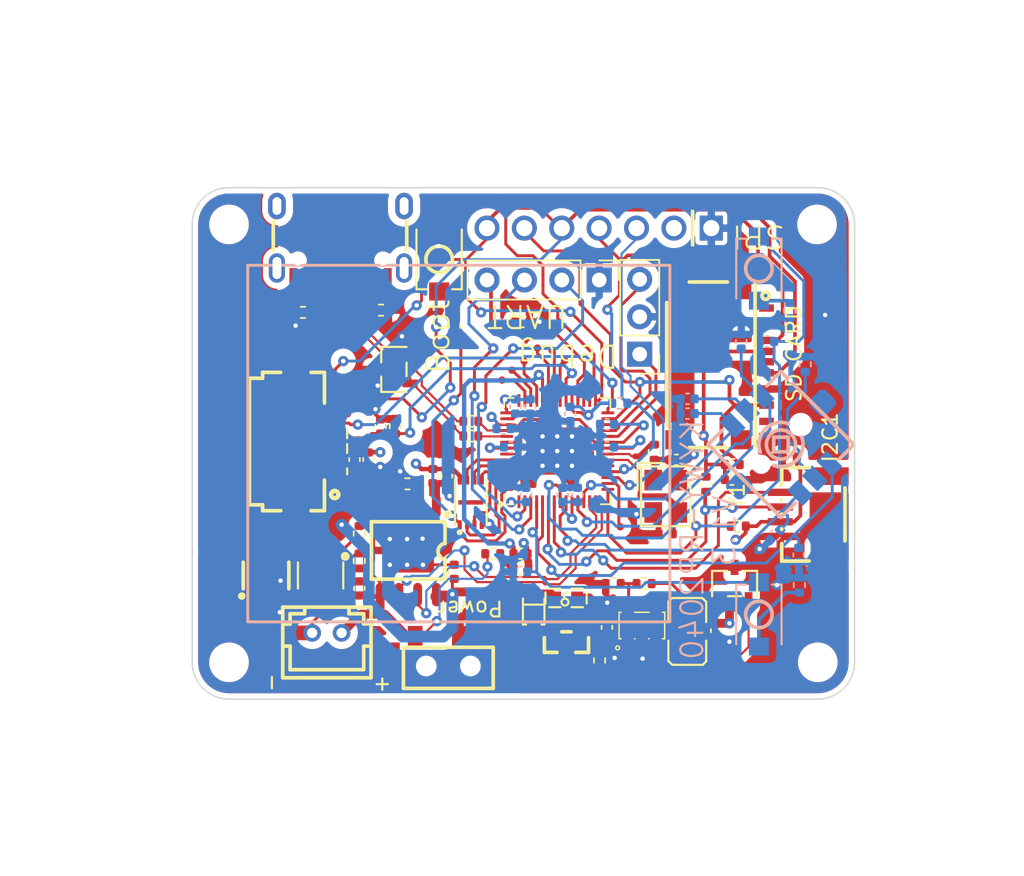
<source format=kicad_pcb>
(kicad_pcb (version 20240108) (generator "pcbnew") (generator_version "8.0")
  (title_block (title "Kywy Micro") (date "2024-05-13") (rev "1.3V") (company "Koinslot") (comment 1 "Attribution, ShareAlike, Non-Comercial") (comment 2 "https://creativecommons.org/licenses/by-nc-sa/4.0/") (comment 3 "CC BY-NC-SA 4.0") (comment 4 "Issued under"))
  (layers (0 "F.Cu" signal) (1 "In1.Cu" signal) (2 "In2.Cu" signal) (31 "B.Cu" signal) (34 "B.Paste" user) (35 "F.Paste" user) (36 "B.SilkS" user "B.Silkscreen") (37 "F.SilkS" user "F.Silkscreen") (38 "B.Mask" user) (39 "F.Mask" user) (44 "Edge.Cuts" user))
  (net 0 "")
  (net 1 "Net-(BOOTSEL1-Pad1)")
  (net 2 "GND")
  (net 3 "VBAT")
  (net 4 "GPIO6")
  (net 5 "GPIO2")
  (net 6 "GPIO3")
  (net 7 "GPIO8")
  (net 8 "GPIO9")
  (net 9 "GPIO7")
  (net 10 "1.1V")
  (net 11 "3.3V")
  (net 12 "5V USB")
  (net 13 "GPIO26")
  (net 14 "VSELECT")
  (net 15 "GPIO20")
  (net 16 "USB D+")
  (net 17 "USB D-")
  (net 18 "Net-(DEBUG1-Pin_1)")
  (net 19 "Net-(DEBUG1-Pin_3)")
  (net 20 "GPIO4")
  (net 21 "GPIO5")
  (net 22 "GPIO21")
  (net 23 "GPIO17")
  (net 24 "GPIO19")
  (net 25 "CLK")
  (net 26 "Net-(POWER1-B)")
  (net 27 "Net-(USB1-CC1)")
  (net 28 "Net-(USB1-CC2)")
  (net 29 "QSPI_SS")
  (net 30 "EXP1_CS")
  (net 31 "EXP2_CS")
  (net 32 "GPI011")
  (net 33 "GPIO10")
  (net 34 "GPIO0")
  (net 35 "GPIO1")
  (net 36 "GPIO12")
  (net 37 "GPIO13")
  (net 38 "GPIO16")
  (net 39 "GPIO22")
  (net 40 "GPIO23")
  (net 41 "GPIO24")
  (net 42 "GPIO25")
  (net 43 "GPIO27")
  (net 44 "GPIO28")
  (net 45 "GPIO29")
  (net 46 "QSPI_SD3")
  (net 47 "QSPI_SCLK")
  (net 48 "QSPI_SD0")
  (net 49 "QSPI_SD2")
  (net 50 "QSPI_SD1")
  (net 53 "Net-(U5-SW)")
  (net 54 "Net-(U1-VDD)")
  (net 55 "BATN")
  (net 56 "Net-(U4-XIN)")
  (net 57 "Net-(C17-Pad2)")
  (net 58 "Net-(D1-K)")
  (net 59 "Net-(U1-CSI)")
  (net 60 "Net-(U2-PROG)")
  (net 61 "Net-(U4-USB_DP)")
  (net 62 "Net-(U4-USB_DM)")
  (net 64 "Net-(U5-FB)")
  (net 65 "Net-(U4-XOUT)")
  (net 66 "Net-(U1-OD)")
  (net 67 "Net-(U1-OC)")
  (net 75 "Net-(BTN1-Pad2)")
  (net 76 "Net-(BTN2-Pad2)")
  (net 77 "Net-(U8-COM)")
  (footprint "Capacitor_SMD:C_0402_1005Metric" (layer "F.Cu") (at 38.225 47.25 -90)
    (property "Reference" "C20" (hide yes))
    (property "Value" "100n")
  )
  (footprint "Capacitor_SMD:C_0402_1005Metric" (layer "F.Cu") (at 33.85 46.125 -90)
    (property "Reference" "C22" (hide yes))
    (property "Value" "100n")
  )
  (footprint "Capacitor_SMD:C_0402_1005Metric" (layer "F.Cu") (at 54.04 51.17)
    (property "Reference" "C16" (hide yes))
    (property "Value" "15p")
  )
  (footprint "Capacitor_SMD:C_0402_1005Metric" (layer "F.Cu") (at 39.675 53.75 90)
    (property "Reference" "C12" (hide yes))
    (property "Value" "10uF")
  )
  (footprint "easyeda2kicad:SOT-23-3_L3.0-W1.7-P0.95-LS2.9-BR" (layer "F.Cu") (at 35.575 40)
    (property "Reference" "D2" (hide yes))
    (property "Value" "PSM712-LF-T7")
  )
  (footprint "Resistor_SMD:R_0402_1005Metric" (layer "F.Cu") (at 40.8 43.525 180)
    (property "Reference" "R5" (hide yes))
    (property "Value" "27")
  )
  (footprint "Capacitor_SMD:C_0402_1005Metric" (layer "F.Cu") (at 54.77 46.145 180)
    (property "Reference" "C17" (hide yes))
    (property "Value" "15p")
  )
  (footprint "easyeda2kicad:HDR-TH_7P-P2.54-V-F" (layer "F.Cu") (at 49.52 30.4 180)
    (property "Reference" "U9" (hide yes))
    (property "Value" "PM254-1-07-Z-8.5")
  )
  (footprint "Capacitor_SMD:C_0402_1005Metric" (layer "F.Cu") (at 44.3 36.775 180)
    (property "Reference" "C30" (hide yes))
    (property "Value" "100n")
  )
  (footprint "easyeda2kicad:SOT-23-5_L3.0-W1.7-P0.95-LS2.8-BR" (layer "F.Cu") (at 52.425 57.4 -90)
    (property "Reference" "U5" (hide yes))
    (property "Value" "TLV62569DBVR")
  )
  (footprint "easyeda2kicad:Small Test Pad" (layer "F.Cu") (at 42.925 40.725 90)
    (property "Reference" "G8" (hide yes))
    (property "Value" "TestPoint" (hide yes))
  )
  (footprint "Package_DFN_QFN:QFN-56-1EP_7x7mm_P0.4mm_EP3.2x3.2mm" (layer "F.Cu") (at 46.675 45.55 90)
    (property "Reference" "U4" (hide yes))
    (property "Value" "RP2040")
  )
  (footprint "Capacitor_SMD:C_0402_1005Metric" (layer "F.Cu") (at 62.475 45.95)
    (property "Reference" "C32" (hide yes))
    (property "Value" "100n")
  )
  (footprint "Resistor_SMD:R_0402_1005Metric" (layer "F.Cu") (at 58.565 46.46 180)
    (property "Reference" "R21" (hide yes))
    (property "Value" "5k1")
  )
  (footprint "easyeda2kicad:SOT-23-6_L2.9-W1.6-P0.95-LS2.8-BR" (layer "F.Cu") (at 26.89 54 -90)
    (property "Reference" "U3" (hide yes))
    (property "Value" "8205A")
  )
  (footprint "Capacitor_SMD:C_0402_1005Metric" (layer "F.Cu") (at 32.9 46.125 -90)
    (property "Reference" "C21" (hide yes))
    (property "Value" "10uF")
  )
  (footprint "MountingHole:MountingHole_2.2mm_M2" (layer "F.Cu") (at 64.375 59.9 90)
    (property "Reference" "H4" (hide yes))
    (property "Value" "MountingHole")
  )
  (footprint "easyeda2kicad:SOT-23-3_L3.0-W1.7-P0.95-LS2.9-BR" (layer "F.Cu") (at 58.725 54.55 -90)
    (property "Reference" "D3" (hide yes))
    (property "Value" "PSM712-LF-T7")
  )
  (footprint "Resistor_SMD:R_0402_1005Metric" (layer "F.Cu") (at 29.4 36.125)
    (property "Reference" "R10" (hide yes))
    (property "Value" "5k1")
  )
  (footprint "Resistor_SMD:R_0402_1005Metric" (layer "F.Cu") (at 33.225 51.15 90)
    (property "Reference" "R7" (hide yes))
    (property "Value" "1k")
  )
  (footprint "Resistor_SMD:R_0402_1005Metric" (layer "F.Cu") (at 56.775 47.8 90)
    (property "Reference" "R20" (hide yes))
    (property "Value" "5k1")
  )
  (footprint "Resistor_SMD:R_0402_1005Metric" (layer "F.Cu") (at 44.21 53.485 180)
    (property "Reference" "R6" (hide yes))
    (property "Value" "150k")
  )
  (footprint "easyeda2kicad:Small Test Pad" (layer "F.Cu") (at 45.775 37.65 90)
    (property "Reference" "G2" (hide yes))
    (property "Value" "TestPoint" (hide yes))
  )
  (footprint "Resistor_SMD:R_0402_1005Metric" (layer "F.Cu") (at 34.7 35.975)
    (property "Reference" "R8" (hide yes))
    (property "Value" "5k1")
  )
  (footprint "easyeda2kicad:Small Test Pad" (layer "F.Cu") (at 46.325 38.7 90)
    (property "Reference" "G4" (hide yes))
    (property "Value" "TestPoint" (hide yes))
  )
  (footprint "easyeda2kicad:F0603" (layer "F.Cu") (at 47.275 55.525)
    (property "Reference" "F1" (hide yes))
    (property "Value" "BSMD0603L-100")
  )
  (footprint "easyeda2kicad:CRYSTAL-SMD_4P-L3.2-W2.5-BL" (layer "F.Cu") (at 54.045 48.62 -90)
    (property "Reference" "Y1")
    (property "Value" "Crystal_GND24")
  )
  (footprint "Resistor_SMD:R_0402_1005Metric" (layer "F.Cu") (at 35.675 43.86 90)
    (property "Reference" "R15" (hide yes))
    (property "Value" "33k")
  )
  (footprint "easyeda2kicad:Small Test Pad" (layer "F.Cu") (at 45.325 38.55 90)
    (property "Reference" "G5" (hide yes))
    (property "Value" "TestPoint" (hide yes))
  )
  (footprint "Connector_PinHeader_2.54mm:PinHeader_1x03_P2.54mm_Vertical" (layer "F.Cu") (at 52.275 38.965 180)
    (property "Reference" "DEBUG1" (hide yes))
    (property "Value" "Conn_01x03_Pin")
  )
  (footprint "Resistor_SMD:R_0402_1005Metric" (layer "F.Cu") (at 42.29 52.525 180)
    (property "Reference" "R3" (hide yes))
    (property "Value" "150k")
  )
  (footprint "Capacitor_SMD:C_0402_1005Metric" (layer "F.Cu") (at 33.225 54.88 90)
    (property "Reference" "C13" (hide yes))
    (property "Value" "10uF")
  )
  (footprint "Resistor_SMD:R_0402_1005Metric" (layer "F.Cu") (at 36.5 47.775)
    (property "Reference" "R2" (hide yes))
    (property "Value" "1k2")
  )
  (footprint "easyeda2kicad:SOD-323_L1.8-W1.3-LS2.5-RD" (layer "F.Cu") (at 45.075 56.42 -90)
    (property "Reference" "D1" (hide yes))
    (property "Value" "1N5819")
  )
  (footprint "easyeda2kicad:Small Test Pad" (layer "F.Cu") (at 43.6 40.05 90)
    (property "Reference" "G7" (hide yes))
    (property "Value" "TestPoint" (hide yes))
  )
  (footprint "easyeda2kicad:CONN-TH_2P-P2.00_HX-2.0MM-2P-ZZ" (layer "F.Cu") (at 31.025 57.9 180)
    (property "Reference" "BAT1" (hide yes))
    (property "Value" "Conn_01x02_Pin")
  )
  (footprint "easyeda2kicad:USB-C-SMD_TYPE-C-6PIN-2MD-073" (layer "F.Cu") (at 31.95 31.28 180)
    (property "Reference" "USB1" (hide yes))
    (property "Value" "TYPE-C 16PIN 2MD(073)")
  )
  (footprint "easyeda2kicad:FPC-SMD_P0.5-10P_FGS-XJ-H2.0" (layer "F.Cu") (at 30.2575 44.9 90)
    (property "Reference" "LCD1" (hide yes))
    (property "Value" "Conn_01x10_Pin")
  )
  (footprint "Resistor_SMD:R_0402_1005Metric" (layer "F.Cu") (at 49.55 59.775 -90)
    (property "Reference" "R9" (hide yes))
    (property "Value" "150k")
  )
  (footprint "Capacitor_SMD:C_0402_1005Metric" (layer "F.Cu") (at 58.54 47.485 180)
    (property "Reference" "C31" (hide yes))
    (property "Value" "100n")
  )
  (footprint "Capacitor_SMD:C_0402_1005Metric" (layer "F.Cu") (at 34.675 43.875 90)
    (property "Reference" "C18" (hide yes))
    (property "Value" "1u")
  )
  (footprint "Resistor_SMD:R_0402_1005Metric" (layer "F.Cu") (at 53.27 45.62 90)
    (property "Reference" "R13" (hide yes))
    (property "Value" "1k")
  )
  (footprint "easyeda2kicad:TF-SMD_TF-123-ARP9H15" (layer "F.Cu") (at 57.805 39.68 90)
    (property "Reference" "J1" (hide yes))
    (property "Value" "Micro_SD_Card")
  )
  (footprint "Resistor_SMD:R_0402_1005Metric" (layer "F.Cu") (at 40.8 44.525 180)
    (property "Reference" "R4" (hide yes))
    (property "Value" "27")
  )
  (footprint "Resistor_SMD:R_0402_1005Metric" (layer "F.Cu") (at 58.975 50.65)
    (property "Reference" "R19" (hide yes))
    (property "Value" "5k1")
  )
  (footprint "Resistor_SMD:R_0402_1005Metric" (layer "F.Cu") (at 39.7 37.025 -90)
    (property "Reference" "R14" (hide yes))
    (property "Value" "1k")
  )
  (footprint "easyeda2kicad:SW-SMD_L3.9-W3.0-P4.45" (layer "F.Cu") (at 38.65 32.525 90)
    (property "Reference" "BOOTSEL1" (hide yes))
    (property "Value" "SW_Push")
  )
  (footprint "easyeda2kicad:USON-8_L3.0-W2.0-P0.50-BL-EP" (layer "F.Cu") (at 40.8 49.035)
    (property "Reference" "U7" (hide yes))
    (property "Value" "W25Q16JVUXIQ")
  )
  (footprint "Capacitor_SMD:C_0402_1005Metric" (layer "F.Cu") (at 39.175 47.25 -90)
    (property "Reference" "C19" (hide yes))
    (property "Value" "10uF")
  )
  (footprint "Capacitor_SMD:C_0402_1005Metric" (layer "F.Cu") (at 57.475 57.75 -90)
    (property "Reference" "C15" (hide yes))
    (property "Value" "10uF")
  )
  (footprint "easyeda2kicad:SOT-23-6_L2.9-W1.6-P0.95-LS2.8-BL" (layer "F.Cu") (at 30.5975 54 180)
    (property "Reference" "U1" (hide yes))
    (property "Value" "DW01_C917079")
  )
  (footprint "easyeda2kicad:Small Test Pad" (layer "F.Cu") (at 50.955 50.69 90)
    (property "Reference" "G1" (hide yes))
    (property "Value" "TestPoint" (hide yes))
  )
  (footprint "easyeda2kicad:CONN-SMD_4P-P1.00_MEGASTAR_ZX-SH1.0-4PWT" (layer "F.Cu") (at 63.525 49.85 90)
    (property "Reference" "I2C1")
    (property "Value" "JST PH 01x04 QT")
  )
  (footprint "Capacitor_SMD:C_0402_1005Metric" (layer "F.Cu") (at 50.05 57.525 90)
    (property "Reference" "C14" (hide yes))
    (property "Value" "10uF")
  )
  (footprint "Resistor_SMD:R_0402_1005Metric" (layer "F.Cu") (at 33.225 53.01 90)
    (property "Reference" "R1" (hide yes))
    (property "Value" "100")
  )
  (footprint "easyeda2kicad:SOT-23_L2.9-W1.3-P1.90-LS2.4-BR" (layer "F.Cu") (at 47.3 58.525 90)
    (property "Reference" "U6" (hide yes))
    (property "Value" "NTR0202PLT1G_C5197330")
  )
  (footprint "MountingHole:MountingHole_2.2mm_M2" (layer "F.Cu") (at 64.325 30.15 90)
    (property "Reference" "H3" (hide yes))
    (property "Value" "MountingHole")
  )
  (footprint "Connector_PinHeader_2.54mm:PinHeader_1x04_P2.54mm_Vertical" (layer "F.Cu") (at 49.525 33.925 -90)
    (property "Reference" "UART1" (hide yes))
    (property "Value" "Conn_01x04_Pin")
  )
  (footprint "easyeda2kicad:Small Test Pad" (layer "F.Cu") (at 47.175 39.4 90)
    (property "Reference" "G3" (hide yes))
    (property "Value" "TestPoint" (hide yes))
  )
  (footprint "Resistor_SMD:R_0402_1005Metric" (layer "F.Cu") (at 52.575 54.55)
    (property "Reference" "R11" (hide yes))
    (property "Value" "150k")
  )
  (footprint "easyeda2kicad:SW-SMD_3P-P1.50_L2.7-W6.6" (layer "F.Cu") (at 39.275 59.69)
    (property "Reference" "POWER1" (hide yes))
    (property "Value" "SW_SPST")
  )
  (footprint "Resistor_SMD:R_0402_1005Metric" (layer "F.Cu") (at 50.475 54.55 180)
    (property "Reference" "R12" (hide yes))
    (property "Value" "33k")
  )
  (footprint "easyeda2kicad:Small Test Pad" (layer "F.Cu") (at 44.425 39.45 90)
    (property "Reference" "G6" (hide yes))
    (property "Value" "TestPoint" (hide yes))
  )
  (footprint "easyeda2kicad:L1008" (layer "F.Cu") (at 55.525 57.8 90)
    (property "Reference" "L1" (hide yes))
    (property "Value" "LQM2HPN2R2MG0L")
  )
  (footprint "Capacitor_SMD:C_0402_1005Metric" (layer "F.Cu") (at 44.18 52.515)
    (property "Reference" "C11" (hide yes))
    (property "Value" "10uF")
  )
  (footprint "MountingHole:MountingHole_2.2mm_M2" (layer "F.Cu") (at 24.375 30.15 90)
    (property "Reference" "H2" (hide yes))
    (property "Value" "MountingHole")
  )
  (footprint "easyeda2kicad:SOP-8_L4.9-W3.9-P1.27-LS6.0-TL-EP" (layer "F.Cu") (at 36.55 52.3)
    (property "Reference" "U2" (hide yes))
    (property "Value" "TP4056-MS")
  )
  (footprint "MountingHole:MountingHole_2.2mm_M2" (layer "F.Cu") (at 24.375 59.9 90)
    (property "Reference" "H1" (hide yes))
    (property "Value" "MountingHole")
  )
  (footprint "Resistor_SMD:R_0402_1005Metric" (layer "B.Cu") (at 63.525 39.65 -90)
    (property "Reference" "R17" (hide yes))
    (property "Value" "1k")
  )
  (footprint "Capacitor_SMD:C_0402_1005Metric" (layer "B.Cu") (at 61.475 51.25 45)
    (property "Reference" "C23" (hide yes))
    (property "Value" "100n")
  )
  (footprint "Capacitor_SMD:C_0402_1005Metric" (layer "B.Cu") (at 55.525 43)
    (property "Reference" "C26" (hide yes))
    (property "Value" "100n")
  )
  (footprint "easyeda2kicad:SW-SMD_L3.9-W3.0-P4.45" (layer "B.Cu") (at 60.375 56.65 -90)
    (property "Reference" "BTN2" (hide yes))
    (property "Value" "SW_Push")
  )
  (footprint "easyeda2kicad:SW-SMD_6P-L7.0-W7.0-P1.40-LS7.4" (layer "B.Cu") (at 61.875 45.1 -135)
    (property "Reference" "U8" (hide yes))
    (property "Value" "SHOU HAN 7*7*6-6P-L WX")
  )
  (footprint "Capacitor_SMD:C_0402_1005Metric" (layer "B.Cu") (at 43.53 45.275 180)
    (property "Reference" "C10" (hide yes))
    (property "Value" "100n")
  )
  (footprint "Capacitor_SMD:C_0402_1005Metric" (layer "B.Cu") (at 44.835 42.52 90)
    (property "Reference" "C6" (hide yes))
    (property "Value" "10uF")
  )
  (footprint "Resistor_SMD:R_0402_1005Metric" (layer "B.Cu") (at 63.125 54.65 -90)
    (property "Reference" "R18" (hide yes))
    (property "Value" "1k")
  )
  (footprint "Capacitor_SMD:C_0402_1005Metric" (layer "B.Cu") (at 43.835 42.52 90)
    (property "Reference" "C7" (hide yes))
    (property "Value" "100n")
  )
  (footprint "Capacitor_SMD:C_0402_1005Metric" (layer "B.Cu") (at 43.03 44.025 180)
    (property "Reference" "C1" (hide yes))
    (property "Value" "10uF")
  )
  (footprint "Capacitor_SMD:C_0402_1005Metric" (layer "B.Cu") (at 55.525 42)
    (property "Reference" "C28" (hide yes))
    (property "Value" "100n")
  )
  (footprint "Resistor_SMD:R_0402_1005Metric" (layer "B.Cu") (at 50.925 42.3 180)
    (property "Reference" "R22" (hide yes))
    (property "Value" "5k1")
  )
  (footprint "easyeda2kicad:SW-SMD_L3.9-W3.0-P4.45" (layer "B.Cu") (at 60.375 33.15 -90)
    (property "Reference" "BTN1" (hide yes))
    (property "Value" "SW_Push")
  )
  (footprint "Capacitor_SMD:C_0402_1005Metric" (layer "B.Cu") (at 63.075 52.6 90)
    (property "Reference" "C27" (hide yes))
    (property "Value" "100n")
  )
  (footprint "Resistor_SMD:R_0402_1005Metric" (layer "B.Cu") (at 62.475 36 90)
    (property "Reference" "R16" (hide yes))
    (property "Value" "1k")
  )
  (footprint "Capacitor_SMD:C_0402_1005Metric" (layer "B.Cu") (at 48.05 48.525 -90)
    (property "Reference" "C5" (hide yes))
    (property "Value" "10uF")
  )
  (footprint "Capacitor_SMD:C_0402_1005Metric" (layer "B.Cu") (at 47.05 48.525 -90)
    (property "Reference" "C3" (hide yes))
    (property "Value" "100n")
  )
  (footprint "Capacitor_SMD:C_0402_1005Metric" (layer "B.Cu") (at 47.55 43.025 90)
    (property "Reference" "C8" (hide yes))
    (property "Value" "100n")
  )
  (footprint "Capacitor_SMD:C_0402_1005Metric" (layer "B.Cu") (at 59.175 38.1 -90)
    (property "Reference" "C25" (hide yes))
    (property "Value" "100n")
  )
  (footprint "Capacitor_SMD:C_0402_1005Metric" (layer "B.Cu") (at 50.06 43.725)
    (property "Reference" "C2" (hide yes))
    (property "Value" "1u")
  )
  (footprint "Capacitor_SMD:C_0402_1005Metric" (layer "B.Cu") (at 44.155 53.75)
    (property "Reference" "C29" (hide yes))
    (property "Value" "100n")
  )
  (footprint "Capacitor_SMD:C_0402_1005Metric" (layer "B.Cu") (at 44.55 48.525 -90)
    (property "Reference" "C9" (hide yes))
    (property "Value" "100n")
  )
  (footprint "Capacitor_SMD:C_0402_1005Metric" (layer "B.Cu") (at 50.05 45.275)
    (property "Reference" "C4" (hide yes))
    (property "Value" "100n")
  )
  (footprint "Capacitor_SMD:C_0402_1005Metric" (layer "B.Cu") (at 60.925 38.1)
    (property "Reference" "C24" (hide yes))
    (property "Value" "100n")
  )
  (gr_rect (start 25.65 32.925) (end 54.325 57.15) (stroke (width 0.2)) (fill none) (layer "B.SilkS"))
  (gr_line (start 32.4 45.675) (end 32.4 45.075) (stroke (width 0.15)) (layer "F.SilkS"))
  (gr_line (start 32.4 44.675) (end 32.4 44.075) (stroke (width 0.15)) (layer "F.SilkS"))
  (gr_line (start 32.4 47.125) (end 32.4 46.725) (stroke (width 0.15)) (layer "F.SilkS"))
  (gr_arc (start 24.375 62.4) (mid 22.607233 61.667767) (end 21.875 59.9) (stroke (width 0.1)) (layer "Edge.Cuts"))
  (gr_arc (start 66.875 59.9) (mid 66.142767 61.667767) (end 64.375 62.4) (stroke (width 0.1)) (layer "Edge.Cuts"))
  (gr_line (start 66.875 59.9) (end 66.875 30.15) (stroke (width 0.1)) (layer "Edge.Cuts"))
  (gr_line (start 64.375 62.4) (end 24.375 62.4) (stroke (width 0.1)) (layer "Edge.Cuts"))
  (gr_arc (start 64.375 27.65) (mid 66.142767 28.382233) (end 66.875 30.15) (stroke (width 0.1)) (layer "Edge.Cuts"))
  (gr_line (start 24.375 27.65) (end 64.375 27.65) (stroke (width 0.1)) (layer "Edge.Cuts"))
  (gr_line (start 21.875 59.9) (end 21.875 30.15) (stroke (width 0.1)) (layer "Edge.Cuts"))
  (gr_arc (start 21.875 30.15) (mid 22.607233 28.382233) (end 24.375 27.65) (stroke (width 0.1)) (layer "Edge.Cuts"))
  (gr_text "KYWY-RP2040\n" (at 56.725 59.85 90) (layer "B.SilkS") (effects (font (size 1.5 1.5)) (justify right bottom mirror)))
  (gr_text "V1.3\n\n" (at 61.325 53.49 90) (layer "B.SilkS") (effects (font (size 1.5 1.5)) (justify right bottom mirror)))
  (gr_text "Boot" (at 39.475 40.41 90) (layer "F.SilkS") (effects (font (size 1.5 1.5)) (justify left bottom)))
  (gr_text "+" (at 35.3 62.1 90) (layer "F.SilkS") (effects (font (size 1 1)) (justify left bottom)))
  (gr_text "UART" (at 47.475 35.5 180) (layer "F.SilkS") (effects (font (size 1.5 1.5)) (justify left bottom)))
  (gr_text "Debug" (at 50.925 38.2 180) (layer "F.SilkS") (effects (font (size 1.5 1.5)) (justify left bottom)))
  (gr_text "-" (at 27.8 62 90) (layer "F.SilkS") (effects (font (size 1 1)) (justify left bottom)))
  (gr_text "SD CARD" (at 63.345 42.31 90) (layer "F.SilkS") (effects (font (size 1 1)) (justify left bottom)))
  (gr_text "Power" (at 43.075 55.65 180) (layer "F.SilkS") (effects (font (size 1 1)) (justify left bottom)))
  (gr_text "SPI\n" (at 62.275 30.1 180) (layer "F.SilkS") (effects (font (size 1.5 1.5)) (justify left bottom)))
  (segment (start 39.7 35.755) (end 38.65 34.705) (width 0.25) (layer "F.Cu") (net 1))
  (segment (start 39.7 36.515) (end 39.7 35.755) (width 0.25) (layer "F.Cu") (net 1))
  (segment (start 39.35962 48.6) (end 39.35962 47.91462) (width 0.3) (layer "F.Cu") (net 2))
  (segment (start 55.58 46.145) (end 55.25 46.145) (width 0.4) (layer "F.Cu") (net 2))
  (segment (start 35.15 33.66) (end 35.21 33.72) (width 0.25) (layer "F.Cu") (net 2))
  (segment (start 32.9 46.605) (end 32.855 46.65) (width 0.3) (layer "F.Cu") (net 2))
  (segment (start 52.055 49.83) (end 53.38 49.83) (width 0.4) (layer "F.Cu") (net 2))
  (segment (start 28.89 37.015) (end 28.9 37.025) (width 0.25) (layer "F.Cu") (net 2))
  (segment (start 39.35962 47.91462) (end 39.175 47.73) (width 0.3) (layer "F.Cu") (net 2))
  (segment (start 47.825 46.525) (end 47.75 46.525) (width 0.2) (layer "F.Cu") (net 2))
  (segment (start 34.325 43.045) (end 34.675 43.395) (width 0.25) (layer "F.Cu") (net 2))
  (segment (start 44.66 53.425) (end 44.72 53.485) (width 0.2) (layer "F.Cu") (net 2))
  (segment (start 49.565 59.25) (end 49.55 59.265) (width 0.2) (layer "F.Cu") (net 2))
  (segment (start 55.955 45.77) (end 55.58 46.145) (width 0.4) (layer "F.Cu") (net 2))
  (segment (start 30.725 46.65) (end 30.65 46.725) (width 0.3) (layer "F.Cu") (net 2))
  (segment (start 31.5975 47.15) (end 31.5975 47.9275) (width 0.3) (layer "F.Cu") (net 2))
  (segment (start 28.75 33.66) (end 28.75 35.985) (width 0.25) (layer "F.Cu") (net 2))
  (segment (start 53.38 49.83) (end 53.56 50.01) (width 0.4) (layer "F.Cu") (net 2))
  (segment (start 54.87 46.87) (end 54.87 47.57) (width 0.4) (layer "F.Cu") (net 2))
  (segment (start 30.775 47.15) (end 31.5975 47.15) (width 0.3) (layer "F.Cu") (net 2))
  (segment (start 49.55 59.265) (end 50.24 59.265) (width 0.2) (layer "F.Cu") (net 2))
  (segment (start 39.175 47.73) (end 39.275 47.73) (width 0.3) (layer "F.Cu") (net 2))
  (segment (start 30.775 46.15) (end 31.5975 46.15) (width 0.3) (layer "F.Cu") (net 2))
  (segment (start 37.525 51.5) (end 38.46 50.565) (width 0.2) (layer "F.Cu") (net 2))
  (segment (start 47.75 46.6) (end 47.775 46.575) (width 0.2) (layer "F.Cu") (net 2))
  (segment (start 30.65 46.725) (end 30.65 47.025) (width 0.3) (layer "F.Cu") (net 2))
  (segment (start 53.56 51.17) (end 53.56 50.01) (width 0.4) (layer "F.Cu") (net 2))
  (segment (start 55.25 46.49) (end 54.87 46.87) (width 0.4) (layer "F.Cu") (net 2))
  (segment (start 35.21 36.835) (end 35.21 35.975) (width 0.25) (layer "F.Cu") (net 2))
  (segment (start 34.65 51.525) (end 35.3 51.525) (width 0.3) (layer "F.Cu") (net 2))
  (segment (start 55.25 46.145) (end 55.25 46.49) (width 0.4) (layer "F.Cu") (net 2))
  (segment (start 42.061056 50.496977) (end 42.013033 50.545) (width 0.3) (layer "F.Cu") (net 2))
  (segment (start 29.825 44.15) (end 29.325 44.65) (width 0.25) (layer "F.Cu") (net 2))
  (segment (start 28.89 36.125) (end 28.89 37.015) (width 0.25) (layer "F.Cu") (net 2))
  (segment (start 53.56 50.01) (end 53.22 49.67) (width 0.4) (layer "F.Cu") (net 2))
  (segment (start 35.63 43.395) (end 35.675 43.35) (width 0.25) (layer "F.Cu") (net 2))
  (segment (start 45.46 36.775) (end 45.47 36.765) (width 0.2) (layer "F.Cu") (net 2))
  (segment (start 31.5975 46.65) (end 30.725 46.65) (width 0.3) (layer "F.Cu") (net 2))
  (segment (start 29.05 36.035) (end 28.81 36.275) (width 0.2) (layer "F.Cu") (net 2))
  (segment (start 34.65 46.625) (end 33.87 46.625) (width 0.3) (layer "F.Cu") (net 2))
  (segment (start 30.65 46.275) (end 30.775 46.15) (width 0.3) (layer "F.Cu") (net 2))
  (segment (start 28.75 35.985) (end 28.89 36.125) (width 0.25) (layer "F.Cu") (net 2))
  (segment (start 34.325 42.7) (end 34.325 43.045) (width 0.25) (layer "F.Cu") (net 2))
  (segment (start 50.24 59.265) (end 50.575 59.6) (width 0.2) (layer "F.Cu") (net 2))
  (segment (start 44.66 52.515) (end 44.66 53.425) (width 0.2) (layer "F.Cu") (net 2))
  (segment (start 42.013033 50.545) (end 41.55 50.545) (width 0.3) (layer "F.Cu") (net 2))
  (segment (start 32.855 46.65) (end 31.5975 46.65) (width 0.3) (layer "F.Cu") (net 2))
  (segment (start 47.8 46.55) (end 47.825 46.525) (width 0.2) (layer "F.Cu") (net 2))
  (segment (start 33.85 46.605) (end 32.9 46.605) (width 0.3) (layer "F.Cu") (net 2))
  (segment (start 30.65 46.725) (end 30.65 46.275) (width 0.3) (layer "F.Cu") (net 2))
  (segment (start 35.91 49.425) (end 35.91 51.985) (width 0.6) (layer "F.Cu") (net 2))
  (segment (start 35.21 33.72) (end 35.21 35.975) (width 0.25) (layer "F.Cu") (net 2))
  (segment (start 39.675 53.27) (end 39.67 53.275) (width 0.2) (layer "F.Cu") (net 2))
  (segment (start 36.125 37.75) (end 35.21 36.835) (width 0.25) (layer "F.Cu") (net 2))
  (segment (start 31.5975 47.9275) (end 31.475 48.05) (width 0.3) (layer "F.Cu") (net 2))
  (segment (start 50.075 55.85) (end 50.05 55.875) (width 0.6) (layer "F.Cu") (net 2))
  (segment (start 52.475 58.3875) (end 52.475 59.65) (width 0.25) (layer "F.Cu") (net 2))
  (segment (start 44.66 52.515) (end 44.66 52.061984) (width 0.2) (layer "F.Cu") (net 2))
  (segment (start 31.5975 46.65) (end 31.5975 47.15) (width 0.3) (layer "F.Cu") (net 2))
  (segment (start 45.03 36.775) (end 45.46 36.775) (width 0.2) (layer "F.Cu") (net 2))
  (segment (start 35.99 47.775) (end 35.91 47.855) (width 0.6) (layer "F.Cu") (net 2))
  (segment (start 31.5975 46.15) (end 31.5975 46.65) (width 0.3) (layer "F.Cu") (net 2))
  (segment (start 38.46 50.565) (end 38.46 49.3) (width 0.2) (layer "F.Cu") (net 2))
  (segment (start 33.225 50.64) (end 33.765 50.64) (width 0.3) (layer "F.Cu") (net 2))
  (segment (start 35.91 47.855) (end 35.91 49.425) (width 0.6) (layer "F.Cu") (net 2))
  (segment (start 50.1125 46.55) (end 47.8 46.55) (width 0.2) (layer "F.Cu") (net 2))
  (segment (start 34.675 43.395) (end 35.63 43.395) (width 0.25) (layer "F.Cu") (net 2))
  (segment (start 33.87 46.625) (end 33.85 46.605) (width 0.3) (layer "F.Cu") (net 2))
  (segment (start 47.75 46.525) (end 47.75 46.6) (width 0.2) (layer "F.Cu") (net 2))
  (segment (start 39.67 53.275) (end 37.55 53.275) (width 0.2) (layer "F.Cu") (net 2))
  (segment (start 30.65 47.025) (end 30.775 47.15) (width 0.3) (layer "F.Cu") (net 2))
  (segment (start 31.5975 44.15) (end 29.825 44.15) (width 0.25) (layer "F.Cu") (net 2))
  (segment (start 44.66 52.061984) (end 44.397601 51.799585) (width 0.2) (layer "F.Cu") (net 2))
  (segment (start 33.765 50.64) (end 34.65 51.525) (width 0.3) (layer "F.Cu") (net 2))
  (via (at 36 46.925) (size 0.7) (drill 0.3) (layers "F.Cu" "B.Cu") (net 2))
  (via (at 55.955 45.77) (size 0.7) (drill 0.3) (layers "F.Cu" "B.Cu") (net 2))
  (via (at 50.075 55.85) (size 0.7) (drill 0.3) (layers "F.Cu" "B.Cu") (net 2))
  (via (at 45.47 36.765) (size 0.7) (drill 0.3) (layers "F.Cu" "B.Cu") (net 2))
  (via (at 52.055 49.83) (size 0.7) (drill 0.3) (layers "F.Cu" "B.Cu") (net 2))
  (via (at 42.061056 50.496977) (size 0.7) (drill 0.3) (layers "F.Cu" "B.Cu") (net 2))
  (via (at 27.825 56.5) (size 0.7) (drill 0.3) (layers "F.Cu" "B.Cu") (net 2))
  (via (at 34.475 41.1) (size 0.7) (drill 0.3) (layers "F.Cu" "B.Cu") (net 2))
  (via (at 37.55 53.275) (size 0.7) (drill 0.3) (layers "F.Cu" "B.Cu") (net 2))
  (via (at 60.425 52.2) (size 0.7) (drill 0.3) (layers "F.Cu" "B.Cu") (net 2))
  (via (at 34.65 46.625) (size 0.7) (drill 0.3) (layers "F.Cu" "B.Cu") (net 2))
  (via (at 35.3 51.525) (size 0.7) (drill 0.3) (layers "F.Cu" "B.Cu") (net 2))
  (via (at 35.3 53.275) (size 0.7) (drill 0.3) (layers "F.Cu" "B.Cu") (net 2))
  (via (at 47.675 44.55) (size 0.7) (drill 0.3) (layers "F.Cu" "B.Cu") (net 2))
  (via (at 45.675 46.55) (size 0.7) (drill 0.3) (layers "F.Cu" "B.Cu") (net 2))
  (via (at 44.397601 51.799585) (size 0.7) (drill 0.3) (layers "F.Cu" "B.Cu") (net 2))
  (via (at 47.675 46.55) (size 0.7) (drill 0.3) (layers "F.Cu" "B.Cu") (net 2))
  (via (at 61.605002 54.65) (size 0.7) (drill 0.3) (layers "F.Cu" "B.Cu") (net 2))
  (via (at 64.875 36.3) (size 0.7) (drill 0.3) (layers "F.Cu" "B.Cu") (net 2))
  (via (at 46.675 44.55) (size 0.7) (drill 0.3) (layers "F.Cu" "B.Cu") (net 2))
  (via (at 58.375 58.5) (size 0.7) (drill 0.3) (layers "F.Cu" "B.Cu") (net 2))
  (via (at 38.6 31.625) (size 0.7) (drill 0.3) (layers "F.Cu" "B.Cu") (net 2))
  (via (at 62.525 40.73) (size 0.7) (drill 0.3) (layers "F.Cu" "B.Cu") (net 2))
  (via (at 45.675 44.55) (size 0.7) (drill 0.3) (layers "F.Cu" "B.Cu") (net 2))
  (via (at 52.475 59.65) (size 0.7) (drill 0.3) (layers "F.Cu" "B.Cu") (net 2))
  (via (at 46.675 46.55) (size 0.7) (drill 0.3) (layers "F.Cu" "B.Cu") (net 2))
  (via (at 34.325 42.7) (size 0.7) (drill 0.3) (layers "F.Cu" "B.Cu") (net 2))
  (via (at 36.475 51.525) (size 0.7) (drill 0.3) (layers "F.Cu" "B.Cu") (net 2))
  (via (at 50.575 59.6) (size 0.7) (drill 0.3) (layers "F.Cu" "B.Cu") (net 2))
  (via (at 47.675 45.55) (size 0.7) (drill 0.3) (layers "F.Cu" "B.Cu") (net 2))
  (via (at 39.35962 48.6) (size 0.7) (drill 0.3) (layers "F.Cu" "B.Cu") (net 2))
  (via (at 36.125 37.75) (size 0.7) (drill 0.3) (layers "F.Cu" "B.Cu") (net 2))
  (via (at 28.9 37.025) (size 0.7) (drill 0.3) (layers "F.Cu" "B.Cu") (net 2))
  (via (at 36.475 53.275) (size 0.7) (drill 0.3) (layers "F.Cu" "B.Cu") (net 2))
  (via (at 27.875 54.35) (size 0.7) (drill 0.3) (layers "F.Cu" "B.Cu") (net 2))
  (via (at 46.675 45.55) (size 0.7) (drill 0.3) (layers "F.Cu" "B.Cu") (net 2))
  (via (at 37.525 51.5) (size 0.7) (drill 0.3) (layers "F.Cu" "B.Cu") (net 2))
  (via (at 45.675 45.55) (size 0.7) (drill 0.3) (layers "F.Cu" "B.Cu") (net 2))
  (segment (start 48.05 48.045) (end 48.05 46.85) (width 0.2) (layer "B.Cu") (net 2))
  (segment (start 47.55 43.505) (end 47.75 43.705) (width 0.2) (layer "B.Cu") (net 2))
  (segment (start 47.75 43.705) (end 47.75 44.45) (width 0.2) (layer "B.Cu") (net 2))
  (segment (start 45.625 46.575) (end 45.25 46.575) (width 0.2) (layer "B.Cu") (net 2))
  (segment (start 45.625 44.475) (end 45.625 43.1) (width 0.2) (layer "B.Cu") (net 2))
  (segment (start 47.775 45.525) (end 47.75 45.575) (width 0.2) (layer "B.Cu") (net 2))
  (segment (start 45.25 46.575) (end 44.55 47.275) (width 0.2) (layer "B.Cu") (net 2))
  (segment (start 47.75 45.575) (end 48.325 45.525) (width 0.2) (layer "B.Cu") (net 2))
  (segment (start 61.035589 51.589411) (end 60.425 52.2) (width 0.25) (layer "B.Cu") (net 2))
  (segment (start 47.75 44.45) (end 47.75 44.45) (width 0.2) (layer "B.Cu") (net 2))
  (segment (start 45 44.475) (end 45.625 44.475) (width 0.2) (layer "B.Cu") (net 2))
  (segment (start 48.05 46.85) (end 47.775 46.575) (width 0.2) (layer "B.Cu") (net 2))
  (segment (start 44.55 44.025) (end 45 44.475) (width 0.2) (layer "B.Cu") (net 2))
  (segment (start 47.75 44.45) (end 47.75 44.525) (width 0.2) (layer "B.Cu") (net 2))
  (segment (start 49.57 45.275) (end 48.575 45.275) (width 0.2) (layer "B.Cu") (net 2))
  (segment (start 43.84 43.005) (end 43.835 43) (width 0.2) (layer "B.Cu") (net 2))
  (segment (start 45.625 45.575) (end 45.325 45.275) (width 0.2) (layer "B.Cu") (net 2))
  (segment (start 45.625 43.1) (end 45.53 43.005) (width 0.2) (layer "B.Cu") (net 2))
  (segment (start 47.75 44.525) (end 47.825 44.525) (width 0.2) (layer "B.Cu") (net 2))
  (segment (start 45.53 43.005) (end 43.84 43.005) (width 0.2) (layer "B.Cu") (net 2))
  (segment (start 43.51 44.025) (end 44.55 44.025) (width 0.2) (layer "B.Cu") (net 2))
  (segment (start 44.55 47.275) (end 44.55 48.045) (width 0.2) (layer "B.Cu") (net 2))
  (segment (start 48.325 45.525) (end 48.575 45.275) (width 0.2) (layer "B.Cu") (net 2))
  (segment (start 45.325 45.275) (end 44.01 45.275) (width 0.2) (layer "B.Cu") (net 2))
  (segment (start 47.825 44.525) (end 47.775 44.475) (width 0.2) (layer "B.Cu") (net 2))
  (segment (start 61.135589 51.589411) (end 61.035589 51.589411) (width 0.25) (layer "B.Cu") (net 2))
  (segment (start 47.05 48.045) (end 48.05 48.045) (width 0.2) (layer "B.Cu") (net 2))
  (segment (start 33.225 55.36) (end 33.29 55.425) (width 0.3) (layer "F.Cu") (net 3))
  (segment (start 37.469998 58.13) (end 38.499998 57.1) (width 0.15) (layer "F.Cu") (net 3))
  (segment (start 34.96 56.635) (end 34.64 56.635) (width 0.6) (layer "F.Cu") (net 3))
  (segment (start 34.64 54.815) (end 34.64 55.425) (width 0.6) (layer "F.Cu") (net 3))
  (segment (start 34.64 56.635) (end 33.305 56.635) (width 0.6) (layer "F.Cu") (net 3))
  (segment (start 41.936081 52.681081) (end 41.78 52.525) (width 0.15) (layer "F.Cu") (net 3))
  (segment (start 41.936081 53.4) (end 41.936081 52.681081) (width 0.15) (layer "F.Cu") (net 3))
  (segment (start 33.695 53.52) (end 34.64 54.465) (width 0.2) (layer "F.Cu") (net 3))
  (segment (start 37.025 58.13) (end 37.469998 58.13) (width 0.15) (layer "F.Cu") (net 3))
  (segment (start 33.225 53.52) (end 33.695 53.52) (width 0.2) (layer "F.Cu") (net 3))
  (segment (start 33.225 53.61) (end 33.225 53.52) (width 0.2) (layer "F.Cu") (net 3))
  (segment (start 33.29 55.425) (end 34.64 55.425) (width 0.3) (layer "F.Cu") (net 3))
  (segment (start 34.64 54.465) (end 34.64 54.815) (width 0.2) (layer "F.Cu") (net 3))
  (segment (start 34.64 55.425) (end 34.64 56.635) (width 0.6) (layer "F.Cu") (net 3))
  (segment (start 36.455 58.13) (end 34.96 56.635) (width 0.6) (layer "F.Cu") (net 3))
  (segment (start 37.025 58.13) (end 36.455 58.13) (width 0.6) (layer "F.Cu") (net 3))
  (segment (start 33.305 56.635) (end 31.99 57.95) (width 0.6) (layer "F.Cu") (net 3))
  (via (at 38.499998 57.1) (size 0.7) (drill 0.3) (layers "F.Cu" "B.Cu") (net 3))
  (via (at 41.936081 53.4) (size 0.7) (drill 0.3) (layers "F.Cu" "B.Cu") (net 3))
  (segment (start 41.6 54.225) (end 41.936081 53.888919) (width 0.15) (layer "B.Cu") (net 3))
  (segment (start 39.3 54.225) (end 41.6 54.225) (width 0.15) (layer "B.Cu") (net 3))
  (segment (start 38.499998 57.075002) (end 38.675 56.9) (width 0.15) (layer "B.Cu") (net 3))
  (segment (start 38.499998 57.1) (end 38.499998 57.075002) (width 0.15) (layer "B.Cu") (net 3))
  (segment (start 41.936081 53.888919) (end 41.936081 53.4) (width 0.15) (layer "B.Cu") (net 3))
  (segment (start 38.675 56.9) (end 38.675 54.85) (width 0.15) (layer "B.Cu") (net 3))
  (segment (start 38.675 54.85) (end 39.3 54.225) (width 0.15) (layer "B.Cu") (net 3))
  (segment (start 46.875 48.1) (end 46.875 48.9875) (width 0.2) (layer "F.Cu") (net 4))
  (segment (start 46.628585 47.853585) (end 46.875 48.1) (width 0.2) (layer "F.Cu") (net 4))
  (segment (start 46.111317 47.853585) (end 46.628585 47.853585) (width 0.2) (layer "F.Cu") (net 4))
  (via (at 46.111317 47.853585) (size 0.7) (drill 0.3) (layers "F.Cu" "B.Cu") (net 4))
  (segment (start 61.125 42.370101) (end 60.566852 41.811953) (width 0.2) (layer "B.Cu") (net 4))
  (segment (start 61.125 44.1) (end 61.125 42.370101) (width 0.2) (layer "B.Cu") (net 4))
  (segment (start 46.111317 50.086317) (end 46.875 50.85) (width 0.2) (layer "B.Cu") (net 4))
  (segment (start 46.111317 47.853585) (end 46.111317 50.086317) (width 0.2) (layer "B.Cu") (net 4))
  (segment (start 53.775 51.45) (end 61.125 44.1) (width 0.2) (layer "B.Cu") (net 4))
  (segment (start 60.566852 41.811953) (end 59.175 40.420101) (width 0.2) (layer "B.Cu") (net 4))
  (segment (start 47.975 50.85) (end 48.4 51.275) (width 0.2) (layer "B.Cu") (net 4))
  (segment (start 50.352157 51.275) (end 50.527157 51.45) (width 0.2) (layer "B.Cu") (net 4))
  (segment (start 48.4 51.275) (end 50.352157 51.275) (width 0.2) (layer "B.Cu") (net 4))
  (segment (start 46.875 50.85) (end 47.975 50.85) (width 0.2) (layer "B.Cu") (net 4))
  (segment (start 59.175 40.420101) (end 59.175 38.58) (width 0.2) (layer "B.Cu") (net 4))
  (segment (start 50.527157 51.45) (end 53.775 51.45) (width 0.2) (layer "B.Cu") (net 4))
  (segment (start 45 51.065) (end 45.275 50.79) (width 0.2) (layer "F.Cu") (net 5))
  (segment (start 45.275 50.79) (end 45.275 48.9875) (width 0.2) (layer "F.Cu") (net 5))
  (via (at 45 51.065) (size 0.7) (drill 0.3) (layers "F.Cu" "B.Cu") (net 5))
  (segment (start 52.375 54.8) (end 46.28 54.8) (width 0.2) (layer "B.Cu") (net 5))
  (segment (start 45.28 51.345) (end 45 51.065) (width 0.2) (layer "B.Cu") (net 5))
  (segment (start 60.375 54.47) (end 52.705 54.47) (width 0.2) (layer "B.Cu") (net 5))
  (segment (start 45.23 53.75) (end 44.635 53.75) (width 0.2) (layer "B.Cu") (net 5))
  (segment (start 52.705 54.47) (end 52.375 54.8) (width 0.2) (layer "B.Cu") (net 5))
  (segment (start 45.28 53.8) (end 45.23 53.75) (width 0.2) (layer "B.Cu") (net 5))
  (segment (start 45.28 53.8) (end 45.28 51.345) (width 0.2) (layer "B.Cu") (net 5))
  (segment (start 46.28 54.8) (end 45.28 53.8) (width 0.2) (layer "B.Cu") (net 5))
  (segment (start 45.37 52.474239) (end 45.37 51.642093) (width 0.2) (layer "F.Cu") (net 6))
  (segment (start 46.275762 53.62) (end 46.275762 53.380001) (width 0.2) (layer "F.Cu") (net 6))
  (segment (start 45.675 51.337093) (end 45.675 48.9875) (width 0.2) (layer "F.Cu") (net 6))
  (segment (start 45.37 51.642093) (end 45.675 51.337093) (width 0.2) (layer "F.Cu") (net 6))
  (segment (start 46.275762 53.380001) (end 45.37 52.474239) (width 0.2) (layer "F.Cu") (net 6))
  (via (at 46.275762 53.62) (size 0.7) (drill 0.3) (layers "F.Cu" "B.Cu") (net 6))
  (segment (start 62.775 51.25) (end 63.075 51.55) (width 0.2) (layer "B.Cu") (net 6))
  (segment (start 63.075 51.55) (end 63.075 52.12) (width 0.2) (layer "B.Cu") (net 6))
  (segment (start 65.35698 48.66802) (end 62.775 51.25) (width 0.2) (layer "B.Cu") (net 6))
  (segment (start 51.190075 53.15) (end 50.340075 54) (width 0.2) (layer "B.Cu") (net 6))
  (segment (start 50.340075 54) (end 46.655762 54) (width 0.2) (layer "B.Cu") (net 6))
  (segment (start 60.875 53.15) (end 51.190075 53.15) (width 0.2) (layer "B.Cu") (net 6))
  (segment (start 62.775 51.25) (end 60.875 53.15) (width 0.2) (layer "B.Cu") (net 6))
  (segment (start 65.35698 46.602081) (end 65.35698 48.66802) (width 0.2) (layer "B.Cu") (net 6))
  (segment (start 65.163047 46.408148) (end 65.35698 46.602081) (width 0.2) (layer "B.Cu") (net 6))
  (segment (start 46.655762 54) (end 46.275762 53.62) (width 0.2) (layer "B.Cu") (net 6))
  (segment (start 48.69 50.175) (end 48.075 49.56) (width 0.2) (layer "F.Cu") (net 7))
  (segment (start 48.69 50.365) (end 48.69 50.175) (width 0.2) (layer "F.Cu") (net 7))
  (segment (start 48.075 49.56) (end 48.075 48.9875) (width 0.2) (layer "F.Cu") (net 7))
  (via (at 48.69 50.365) (size 0.7) (drill 0.3) (layers "F.Cu" "B.Cu") (net 7))
  (segment (start 58.771143 45.053857) (end 59.271143 45.053857) (width 0.2) (layer "B.Cu") (net 7))
  (segment (start 58.775 42) (end 56.005 42) (width 0.2) (layer "B.Cu") (net 7))
  (segment (start 59.271143 45.053857) (end 59.848958 44.476042) (width 0.2) (layer "B.Cu") (net 7))
  (segment (start 59.576903 42.801903) (end 58.775 42) (width 0.2) (layer "B.Cu") (net 7))
  (segment (start 50.675 50.65) (end 53.175 50.65) (width 0.2) (layer "B.Cu") (net 7))
  (segment (start 50.39 50.365) (end 50.675 50.65) (width 0.2) (layer "B.Cu") (net 7))
  (segment (start 48.69 50.365) (end 50.39 50.365) (width 0.2) (layer "B.Cu") (net 7))
  (segment (start 53.175 50.65) (end 58.771143 45.053857) (width 0.2) (layer "B.Cu") (net 7))
  (segment (start 59.848958 44.476042) (end 59.848958 43.073958) (width 0.2) (layer "B.Cu") (net 7))
  (segment (start 59.848958 43.073958) (end 59.576903 42.801903) (width 0.2) (layer "B.Cu") (net 7))
  (segment (start 48.475 48.35) (end 48.475 48.9875) (width 0.2) (layer "F.Cu") (net 8))
  (segment (start 48.97 47.855) (end 48.475 48.35) (width 0.2) (layer "F.Cu") (net 8))
  (via (at 48.97 47.855) (size 0.7) (drill 0.3) (layers "F.Cu" "B.Cu") (net 8))
  (segment (start 58.586953 43.791852) (end 57.795101 43) (width 0.2) (layer "B.Cu") (net 8))
  (segment (start 49.78 47.855) (end 48.97 47.855) (width 0.2) (layer "B.Cu") (net 8))
  (segment (start 53.945 48.805) (end 50.73 48.805) (width 0.2) (layer "B.Cu") (net 8))
  (segment (start 50.73 48.805) (end 49.78 47.855) (width 0.2) (layer "B.Cu") (net 8))
  (segment (start 58.586953 43.791852) (end 58.586953 44.163047) (width 0.2) (layer "B.Cu") (net 8))
  (segment (start 57.795101 43) (end 56.005 43) (width 0.2) (layer "B.Cu") (net 8))
  (segment (start 58.586953 44.163047) (end 53.945 48.805) (width 0.2) (layer "B.Cu") (net 8))
  (segment (start 47.275 49.56) (end 47.275 48.9875) (width 0.2) (layer "F.Cu") (net 9))
  (segment (start 47.37523 51.642839) (end 47.37523 51.37023) (width 0.2) (layer "F.Cu") (net 9))
  (segment (start 46.875 50.87) (end 46.875 49.96) (width 0.2) (layer "F.Cu") (net 9))
  (segment (start 47.37523 51.37023) (end 46.875 50.87) (width 0.2) (layer "F.Cu") (net 9))
  (segment (start 46.875 49.96) (end 47.275 49.56) (width 0.2) (layer "F.Cu") (net 9))
  (via (at 47.37523 51.642839) (size 0.7) (drill 0.3) (layers "F.Cu" "B.Cu") (net 9))
  (segment (start 62.325 49.95) (end 62.325 50.4) (width 0.2) (layer "B.Cu") (net 9))
  (segment (start 61.973097 49.598098) (end 61.973098 49.598098) (width 0.2) (layer "B.Cu") (net 9))
  (segment (start 62.325 50.4) (end 61.814411 50.910589) (width 0.2) (layer "B.Cu") (net 9))
  (segment (start 47.917839 51.642839) (end 47.37523 51.642839) (width 0.2) (layer "B.Cu") (net 9))
  (segment (start 59.296195 52.275) (end 50.294809 52.275) (width 0.2) (layer "B.Cu") (net 9))
  (segment (start 63.183148 48.388047) (end 61.973097 49.598097) (width 0.2) (layer "B.Cu") (net 9))
  (segment (start 48.16 51.885) (end 47.917839 51.642839) (width 0.2) (layer "B.Cu") (net 9))
  (segment (start 61.973098 49.598098) (end 62.325 49.95) (width 0.2) (layer "B.Cu") (net 9))
  (segment (start 61.973097 49.598097) (end 61.973097 49.598098) (width 0.2) (layer "B.Cu") (net 9))
  (segment (start 47.37523 51.642839) (end 47.563069 51.455) (width 0.2) (layer "B.Cu") (net 9))
  (segment (start 61.973097 49.598098) (end 59.296195 52.275) (width 0.2) (layer "B.Cu") (net 9))
  (segment (start 49.904809 51.885) (end 48.16 51.885) (width 0.2) (layer "B.Cu") (net 9))
  (segment (start 50.294809 52.275) (end 49.904809 51.885) (width 0.2) (layer "B.Cu") (net 9))
  (segment (start 42.21 43.225) (end 42.213994 43.225) (width 0.15) (layer "F.Cu") (net 10))
  (segment (start 42.738994 43.75) (end 43.2375 43.75) (width 0.15) (layer "F.Cu") (net 10))
  (segment (start 49.225 44.95) (end 48.79 44.515) (width 0.2) (layer "F.Cu") (net 10))
  (segment (start 48.18 43.405) (end 44.42 43.405) (width 0.2) (layer "F.Cu") (net 10))
  (segment (start 44.225 45.4) (end 44.225 44.15) (width 0.15) (layer "F.Cu") (net 10))
  (segment (start 43.875 45.75) (end 44.225 45.4) (width 0.15) (layer "F.Cu") (net 10))
  (segment (start 43.825 43.75) (end 43.2375 43.75) (width 0.15) (layer "F.Cu") (net 10))
  (segment (start 48.79 44.515) (end 48.79 44.015) (width 0.2) (layer "F.Cu") (net 10))
  (segment (start 51.185 44.95) (end 50.1125 44.95) (width 0.2) (layer "F.Cu") (net 10))
  (segment (start 52.545 43.8) (end 52.335 43.8) (width 0.2) (layer "F.Cu") (net 10))
  (segment (start 44.42 43.405) (end 44.175 43.65) (width 0.2) (layer "F.Cu") (net 10))
  (segment (start 43.95 43.875) (end 43.825 43.75) (width 0.15) (layer "F.Cu") (net 10))
  (segment (start 44.225 44.15) (end 43.95 43.875) (width 0.15) (layer "F.Cu") (net 10))
  (segment (start 42.213994 43.225) (end 42.738994 43.75) (width 0.15) (layer "F.Cu") (net 10))
  (segment (start 43.2375 45.75) (end 43.875 45.75) (width 0.15) (layer "F.Cu") (net 10))
  (segment (start 48.79 44.015) (end 48.18 43.405) (width 0.2) (layer "F.Cu") (net 10))
  (segment (start 43.95 43.875) (end 44.175 43.65) (width 0.15) (layer "F.Cu") (net 10))
  (segment (start 52.335 43.8) (end 51.185 44.95) (width 0.2) (layer "F.Cu") (net 10))
  (segment (start 50.1125 44.95) (end 49.225 44.95) (width 0.2) (layer "F.Cu") (net 10))
  (via (at 52.545 43.8) (size 0.7) (drill 0.3) (layers "F.Cu" "B.Cu") (net 10))
  (via (at 42.21 43.225) (size 0.7) (drill 0.3) (layers "F.Cu" "B.Cu") (net 10))
  (segment (start 42.55 43.565) (end 42.55 44.025) (width 0.2) (layer "B.Cu") (net 10))
  (segment (start 52.545 43.8) (end 52.47 43.725) (width 0.2) (layer "B.Cu") (net 10))
  (segment (start 42.21 43.225) (end 42.55 43.565) (width 0.2) (layer "B.Cu") (net 10))
  (segment (start 52.47 43.725) (end 50.54 43.725) (width 0.2) (layer "B.Cu") (net 10))
  (segment (start 42.125 45.35) (end 43.05 45.35) (width 0.2) (layer "F.Cu") (net 11))
  (segment (start 57.775 55.65) (end 58.375 56.25) (width 0.6) (layer "F.Cu") (net 11))
  (segment (start 43.675 42.95) (end 43.2375 42.95) (width 0.2) (layer "F.Cu") (net 11))
  (segment (start 32.9 45.645) (end 31.6025 45.645) (width 0.3) (layer "F.Cu") (net 11))
  (segment (start 43.55 49.025) (end 44.05 49.025) (width 0.2) (layer "F.Cu") (net 11))
  (segment (start 43.125 42.05) (end 43.125 42.5875) (width 0.2) (layer "F.Cu") (net 11))
  (segment (start 54.425 54.55) (end 55.525 55.65) (width 0.2) (layer "F.Cu") (net 11))
  (segment (start 56.625 40.21) (end 56.625 44.5) (width 0.25) (layer "F.Cu") (net 11))
  (segment (start 42.175 36.825) (end 42.68609 37.33609) (width 0.25) (layer "F.Cu") (net 11))
  (segment (start 47.675 42.75) (end 47.675 42.1125) (width 0.2) (layer "F.Cu") (net 11))
  (segment (start 30.65 45.575) (end 30.65 45.225) (width 0.3) (layer "F.Cu") (net 11))
  (segment (start 43.825 43.2) (end 43.825 43.1) (width 0.2) (layer "F.Cu") (net 11))
  (segment (start 39.584999 46.77) (end 40.05 47.235001) (width 0.3) (layer "F.Cu") (net 11))
  (segment (start 41.905 33.925) (end 42.175 34.195) (width 0.25) (layer "F.Cu") (net 11))
  (segment (start 40.05 47.235001) (end 40.05 47.525) (width 0.3) (layer "F.Cu") (net 11))
  (segment (start 43.25891 37.33609) (end 43.82 36.775) (width 0.25) (layer "F.Cu") (net 11))
  (segment (start 58.375 56.25) (end 58.375 57.25) (width 0.6) (layer "F.Cu") (net 11))
  (segment (start 57.475 57.25) (end 56.855 56.63) (width 0.6) (layer "F.Cu") (net 11))
  (segment (start 31.6025 45.645) (end 31.5975 45.65) (width 0.3) (layer "F.Cu") (net 11))
  (segment (start 48.793601 43.099362) (end 48.474362 43.099362) (width 0.2) (layer "F.Cu") (net 11))
  (segment (start 59.485 51.09) (end 59 51.575) (width 0.25) (layer "F.Cu") (net 11))
  (segment (start 59 51.575) (end 58.803123 51.575) (width 0.25) (layer "F.Cu") (net 11))
  (segment (start 60.895 38.78) (end 58.055 38.78) (width 0.25) (layer "F.Cu") (net 11))
  (segment (start 42.68609 37.33609) (end 43.25891 37.33609) (width 0.25) (layer "F.Cu") (net 11))
  (segment (start 43.75 44.95) (end 43.825 45.025) (width 0.2) (layer "F.Cu") (net 11))
  (segment (start 51.779338 45.35) (end 50.1125 45.35) (width 0.2) (layer "F.Cu") (net 11))
  (segment (start 37.075 46.4) (end 37.445 46.77) (width 0.3) (layer "F.Cu") (net 11))
  (segment (start 57.775 55.65) (end 57.755 55.63) (width 0.15) (layer "F.Cu") (net 11))
  (segment (start 58.055 46.46) (end 56.765 46.46) (width 0.25) (layer "F.Cu") (net 11))
  (segment (start 63.195 49.93) (end 63.195 46.83) (width 0.25) (layer "F.Cu") (net 11))
  (segment (start 61.825 50.35) (end 62.775 50.35) (width 0.25) (layer "F.Cu") (net 11))
  (segment (start 43.825 45.025) (end 43.825 45.26967) (width 0.2) (layer "F.Cu") (net 11))
  (segment (start 43.2375 42.7) (end 43.2375 42.95) (width 0.2) (layer "F.Cu") (net 11))
  (segment (start 42.1 45.325) (end 42.125 45.35) (width 0.2) (layer "F.Cu") (net 11))
  (segment (start 56.775 44.65) (end 56.775 47.29) (width 0.25) (layer "F.Cu") (net 11))
  (segment (start 63.195 46.83) (end 62.955 46.59) (width 0.25) (layer "F.Cu") (net 11))
  (segment (start 43.825 42.05) (end 43.8875 42.1125) (width 0.2) (layer "F.Cu") (net 11))
  (segment (start 62.775 50.35) (end 63.195 49.93) (width 0.25) (layer "F.Cu") (net 11))
  (segment (start 43.825 43.1) (end 43.675 42.95) (width 0.2) (layer "F.Cu") (net 11))
  (segment (start 34.65 45.625) (end 33.87 45.625) (width 0.3) (layer "F.Cu") (net 11))
  (segment (start 58.375 57.25) (end 57.475 57.25) (width 0.6) (layer "F.Cu") (net 11))
  (segment (start 43.125 42.5875) (end 43.2375 42.7) (width 0.2) (layer "F.Cu") (net 11))
  (segment (start 47.675 50.15) (end 47.675 48.9875) (width 0.2) (layer "F.Cu") (net 11))
  (segment (start 30.725 45.15) (end 31.5975 45.15) (width 0.3) (layer "F.Cu") (net 11))
  (segment (start 43.125 42.05) (end 43.825 42.05) (width 0.2) (layer "F.Cu") (net 11))
  (segment (start 37.445 46.77) (end 39.584999 46.77) (width 0.3) (layer "F.Cu") (net 11))
  (segment (start 47.85 42.925) (end 47.675 42.75) (width 0.2) (layer "F.Cu") (net 11))
  (segment (start 58.055 38.78) (end 56.625 40.21) (width 0.25) (layer "F.Cu") (net 11))
  (segment (start 56.625 44.5) (end 56.775 44.65) (width 0.25) (layer "F.Cu") (net 11))
  (segment (start 43.2375 43.35) (end 43.675 43.35) (width 0.2) (layer "F.Cu") (net 11))
  (segment (start 43.825 45.26967) (end 43.74467 45.35) (width 0.2) (layer "F.Cu") (net 11))
  (segment (start 56.855 56.63) (end 55.525 56.63) (width 0.6) (layer "F.Cu") (net 11))
  (segment (start 30.725 45.65) (end 30.65 45.575) (width 0.3) (layer "F.Cu") (net 11))
  (segment (start 43.74467 45.35) (end 43.2375 45.35) (width 0.2) (layer "F.Cu") (net 11))
  (segment (start 52.322169 44.807169) (end 51.779338 45.35) (width 0.2) (layer "F.Cu") (net 11))
  (segment (start 33.85 45.645) (end 32.9 45.645) (width 0.3) (layer "F.Cu") (net 11))
  (segment (start 48.474362 43.099362) (end 48.3 42.925) (width 0.2) (layer "F.Cu") (net 11))
  (segment (start 55.525 55.65) (end 55.525 56.63) (width 0.2) (layer "F.Cu") (net 11))
  (segment (start 43.2375 44.95) (end 43.75 44.95) (width 0.2) (layer "F.Cu") (net 11))
  (segment (start 62.955 46.59) (end 62.955 45.95) (width 0.25) (layer "F.Cu") (net 11))
  (segment (start 61.825 50.35) (end 60.525 50.35) (width 0.25) (layer "F.Cu") (net 11))
  (segment (start 31.5975 45.65) (end 30.725 45.65) (width 0.3) (layer "F.Cu") (net 11))
  (segment (start 58.06 47.485) (end 58.06 46.465) (width 0.25) (layer "F.Cu") (net 11))
  (segment (start 48.3 42.925) (end 47.85 42.925) (width 0.2) (layer "F.Cu") (net 11))
  (segment (start 43.675 43.35) (end 43.825 43.2) (width 0.2) (layer "F.Cu") (net 11))
  (segment (start 43.8875 42.1125) (end 44.075 42.1125) (width 0.2) (layer "F.Cu") (net 11))
  (segment (start 30.65 45.225) (end 30.725 45.15) (width 0.3) (layer "F.Cu") (net 11))
  (segment (start 60.525 50.35) (end 60.225 50.65) (width 0.25) (layer "F.Cu") (net 11))
  (segment (start 42.175 34.195) (end 42.175 36.825) (width 0.25) (layer "F.Cu") (net 11))
  (segment (start 53.085 54.55) (end 54.425 54.55) (width 0.2) (layer "F.Cu") (net 11))
  (segment (start 60.225 50.65) (end 59.485 50.65) (width 0.25) (layer "F.Cu") (net 11))
  (segment (start 59.485 50.65) (end 59.485 51.09) (width 0.25) (layer "F.Cu") (net 11))
  (segment (start 33.87 45.625) (end 33.85 45.645) (width 0.3) (layer "F.Cu") (net 11))
  (via (at 56.625 44.5) (size 0.7) (drill 0.3) (layers "F.Cu" "B.Cu") (net 11))
  (via (at 58.375 57.25) (size 0.7) (drill 0.3) (layers "F.Cu" "B.Cu") (net 11))
  (via (at 34.65 45.625) (size 0.7) (drill 0.3) (layers "F.Cu" "B.Cu") (net 11))
  (via (at 43.55 49.025) (size 0.7) (drill 0.3) (layers "F.Cu" "B.Cu") (net 11))
  (via (at 37.075 46.4) (size 0.7) (drill 0.3) (layers "F.Cu" "B.Cu") (net 11))
  (via (at 58.803123 51.575) (size 0.7) (drill 0.3) (layers "F.Cu" "B.Cu") (net 11))
  (via (at 48.793601 43.099362) (size 0.7) (drill 0.3) (layers "F.Cu" "B.Cu") (net 11))
  (via (at 43.125 42.05) (size 0.7) (drill 0.3) (layers "F.Cu" "B.Cu") (net 11))
  (via (at 52.322169 44.807169) (size 0.7) (drill 0.3) (layers "F.Cu" "B.Cu") (net 11))
  (via (at 47.675 50.15) (size 0.7) (drill 0.3) (layers "F.Cu" "B.Cu") (net 11))
  (via (at 42.1 45.325) (size 0.7) (drill 0.3) (layers "F.Cu" "B.Cu") (net 11))
  (segment (start 50.415 42.3) (end 49.592963 42.3) (width 0.25) (layer "B.Cu") (net 11))
  (segment (start 47.675 50.15) (end 47.05 49.525) (width 0.2) (layer "B.Cu") (net 11))
  (segment (start 43.125 42.05) (end 43.13 42.045) (width 0.2) (layer "B.Cu") (net 11))
  (segment (start 51.854338 45.275) (end 50.53 45.275) (width 0.2) (layer "B.Cu") (net 11))
  (segment (start 48.239239 42.545) (end 47.55 42.545) (width 0.2) (layer "B.Cu") (net 11))
  (segment (start 44.83 42.045) (end 44.835 42.04) (width 0.2) (layer "B.Cu") (net 11))
  (segment (start 52.322169 44.807169) (end 51.854338 45.275) (width 0.2) (layer "B.Cu") (net 11))
  (segment (start 49.592963 42.3) (end 48.793601 43.099362) (width 0.25) (layer "B.Cu") (net 11))
  (segment (start 47.05 49.525) (end 47.05 49.005) (width 0.2) (layer "B.Cu") (net 11))
  (segment (start 48.05 49.005) (end 47.05 49.005) (width 0.2) (layer "B.Cu") (net 11))
  (segment (start 42.15 45.275) (end 42.1 45.325) (width 0.2) (layer "B.Cu") (net 11))
  (segment (start 43.55 49.025) (end 43.57 49.005) (width 0.2) (layer "B.Cu") (net 11))
  (segment (start 43.05 45.275) (end 42.15 45.275) (width 0.2) (layer "B.Cu") (net 11))
  (segment (start 43.57 49.005) (end 44.55 49.005) (width 0.2) (layer "B.Cu") (net 11))
  (segment (start 43.13 42.045) (end 44.83 42.045) (width 0.2) (layer "B.Cu") (net 11))
  (segment (start 48.793601 43.099362) (end 48.239239 42.545) (width 0.2) (layer "B.Cu") (net 11))
  (segment (start 45.075 57.59) (end 42.6 55.115) (width 0.6) (layer "F.Cu") (net 12))
  (segment (start 32.025 50.15) (end 32.775 49.4) (width 0.6) (layer "F.Cu") (net 12))
  (segment (start 42.6 55.115) (end 39.71 55.115) (width 0.6) (layer "F.Cu") (net 12))
  (segment (start 32.775 49.4) (end 34.615 49.4) (width 0.6) (layer "F.Cu") (net 12))
  (segment (start 48.25 58.025366) (end 47.775366 58.5) (width 0.3) (layer "F.Cu") (net 12))
  (segment (start 45.075 57.62) (end 45.075 57.59) (width 0.6) (layer "F.Cu") (net 12))
  (segment (start 34.35 33.6575) (end 34.35 33.145) (width 0.25) (layer "F.Cu") (net 12))
  (segment (start 39.55 54.355) (end 39.55 55.275) (width 0.2) (layer "F.Cu") (net 12))
  (segment (start 34.35 33.145) (end 33.975 32.77) (width 0.25) (layer "F.Cu") (net 12))
  (segment (start 58.24 60.285) (end 49.55 60.285) (width 0.15) (layer "F.Cu") (net 12))
  (segment (start 59.675 55.65) (end 59.675 58.85) (width 0.15) (layer "F.Cu") (net 12))
  (segment (start 39.55 55.275) (end 39.4 55.425) (width 0.8) (layer "F.Cu") (net 12))
  (segment (start 45.985 58.5) (end 45.075 57.59) (width 0.3) (layer "F.Cu") (net 12))
  (segment (start 39.4 55.425) (end 38.46 55.425) (width 0.8) (layer "F.Cu") (net 12))
  (segment (start 47.775366 58.5) (end 45.985 58.5) (width 0.3) (layer "F.Cu") (net 12))
  (segment (start 32.025 50.55) (end 32.025 50.15) (width 0.6) (layer "F.Cu") (net 12))
  (segment (start 29.975 32.725) (end 29.975 31.125) (width 0.25) (layer "F.Cu") (net 12))
  (segment (start 39.71 55.115) (end 39.55 55.275) (width 0.6) (layer "F.Cu") (net 12))
  (segment (start 59.675 58.85) (end 58.24 60.285) (width 0.15) (layer "F.Cu") (net 12))
  (segment (start 49.41 60.285) (end 49.55 60.285) (width 0.3) (layer "F.Cu") (net 12))
  (segment (start 39.675 54.23) (end 39.55 54.355) (width 0.2) (layer "F.Cu") (net 12))
  (segment (start 49.55 60.274634) (end 49.55 60.285) (width 0.3) (layer "F.Cu") (net 12))
  (segment (start 29.55 33.6625) (end 29.55 33.15) (width 0.25) (layer "F.Cu") (net 12))
  (segment (start 48.25 57.375) (end 48.25 58.025366) (width 0.3) (layer "F.Cu") (net 12))
  (segment (start 33.975 32.77) (end 33.975 31) (width 0.25) (layer "F.Cu") (net 12))
  (segment (start 34.615 49.4) (end 34.64 49.425) (width 0.6) (layer "F.Cu") (net 12))
  (segment (start 47.775366 58.5) (end 49.55 60.274634) (width 0.3) (layer "F.Cu") (net 12))
  (segment (start 29.55 33.15) (end 29.975 32.725) (width 0.25) (layer "F.Cu") (net 12))
  (via (at 32.025 50.55) (size 0.7) (drill 0.3) (layers "F.Cu" "B.Cu") (net 12))
  (via (at 39.55 55.275) (size 0.7) (drill 0.3) (layers "F.Cu" "B.Cu") (net 12))
  (segment (start 33.875 55.85) (end 36.175 58.15) (width 0.8) (layer "B.Cu") (net 12))
  (segment (start 38.925 58.15) (end 39.55 57.525) (width 0.8) (layer "B.Cu") (net 12))
  (segment (start 32.025 50.55) (end 33.875 52.4) (width 0.8) (layer "B.Cu") (net 12))
  (segment (start 36.175 58.15) (end 38.925 58.15) (width 0.8) (layer "B.Cu") (net 12))
  (segment (start 39.55 57.525) (end 39.55 55.275) (width 0.8) (layer "B.Cu") (net 12))
  (segment (start 33.875 52.4) (end 33.875 55.85) (width 0.8) (layer "B.Cu") (net 12))
  (segment (start 45.425001 40.37439) (end 45.675 40.624389) (width 0.2) (layer "F.Cu") (net 13))
  (segment (start 43.45 51.825) (end 43.7 52.075) (width 0.3) (layer "F.Cu") (net 13))
  (segment (start 43.49 53.485) (end 43.7 53.485) (width 0.3) (layer "F.Cu") (net 13))
  (segment (start 42.8 52.795) (end 43.49 53.485) (width 0.3) (layer "F.Cu") (net 13))
  (segment (start 45.675 40.624389) (end 45.675 42.1125) (width 0.2) (layer "F.Cu") (net 13))
  (segment (start 43.7 53.485) (end 43.7 52.515) (width 0.3) (layer "F.Cu") (net 13))
  (segment (start 43.7 52.075) (end 43.7 52.515) (width 0.3) (layer "F.Cu") (net 13))
  (segment (start 42.8 52.525) (end 42.8 52.795) (width 0.3) (layer "F.Cu") (net 13))
  (via (at 45.425001 40.37439) (size 0.7) (drill 0.3) (layers "F.Cu" "B.Cu") (net 13))
  (via (at 43.45 51.825) (size 0.7) (drill 0.3) (layers "F.Cu" "B.Cu") (net 13))
  (segment (start 40.35 41.125) (end 40.35 50.175) (width 0.3) (layer "B.Cu") (net 13))
  (segment (start 40.35 50.175) (end 42 51.825) (width 0.3) (layer "B.Cu") (net 13))
  (segment (start 45.049391 40.75) (end 40.725 40.75) (width 0.3) (layer "B.Cu") (net 13))
  (segment (start 40.725 40.75) (end 40.35 41.125) (width 0.3) (layer "B.Cu") (net 13))
  (segment (start 45.425001 40.37439) (end 45.049391 40.75) (width 0.3) (layer "B.Cu") (net 13))
  (segment (start 42 51.825) (end 43.45 51.825) (width 0.3) (layer "B.Cu") (net 13))
  (segment (start 48.85 55.525) (end 49.2 55.875) (width 0.6) (layer "F.Cu") (net 14))
  (segment (start 49.2 55.875) (end 49.2 57.675) (width 0.6) (layer "F.Cu") (net 14))
  (segment (start 50.28 58.005) (end 50.975 58.7) (width 0.6) (layer "F.Cu") (net 14))
  (segment (start 50.975 58.7) (end 51.475 58.7) (width 0.6) (layer "F.Cu") (net 14))
  (segment (start 50.05 58.005) (end 50.28 58.005) (width 0.6) (layer "F.Cu") (net 14))
  (segment (start 48.025 55.525) (end 48.85 55.525) (width 0.6) (layer "F.Cu") (net 14))
  (segment (start 51.475 58) (end 53.375 56.1) (width 0.6) (layer "F.Cu") (net 14))
  (segment (start 51.475 58.7) (end 51.475 58) (width 0.6) (layer "F.Cu") (net 14))
  (segment (start 49.2 57.675) (end 49.53 58.005) (width 0.6) (layer "F.Cu") (net 14))
  (segment (start 49.53 58.005) (end 50.05 58.005) (width 0.6) (layer "F.Cu") (net 14))
  (segment (start 32.2 32.7875) (end 32.2 33.5) (width 0.15) (layer "F.Cu") (net 16))
  (segment (start 31.375 32.65) (end 32.0625 32.65) (width 0.15) (layer "F.Cu") (net 16))
  (segment (start 32.0625 32.65) (end 32.2 32.7875) (width 0.15) (layer "F.Cu") (net 16))
  (segment (start 31.8 35.075) (end 31.8 35.919975) (width 0.15) (layer "F.Cu") (net 16))
  (segment (start 39.745 43.87) (end 39.745 44.02) (width 0.15) (layer "F.Cu") (net 16))
  (segment (start 31.2 33.66) (end 31.2 34.475) (width 0.15) (layer "F.Cu") (net 16))
  (segment (start 31.2 32.825) (end 31.375 32.65) (width 0.15) (layer "F.Cu") (net 16))
  (segment (start 35.525 39.4) (end 36.675 40.55) (width 0.15) (layer "F.Cu") (net 16))
  (segment (start 36.675 40.95) (end 36.825 40.95) (width 0.15) (layer "F.Cu") (net 16))
  (segment (start 36.675 40.55) (end 36.675 40.95) (width 0.15) (layer "F.Cu") (net 16))
  (segment (start 36.825 40.95) (end 39.745 43.87) (width 0.15) (layer "F.Cu") (net 16))
  (segment (start 31.2 33.5) (end 31.2 32.825) (width 0.15) (layer "F.Cu") (net 16))
  (segment (start 31.8 35.919975) (end 35.280025 39.4) (width 0.15) (layer "F.Cu") (net 16))
  (segment (start 31.2 34.475) (end 31.8 35.075) (width 0.15) (layer "F.Cu") (net 16))
  (segment (start 40.29 44.525) (end 40.25 44.525) (width 0.15) (layer "F.Cu") (net 16))
  (segment (start 35.280025 39.4) (end 35.525 39.4) (width 0.15) (layer "F.Cu") (net 16))
  (segment (start 39.745 44.02) (end 40.25 44.525) (width 0.15) (layer "F.Cu") (net 16))
  (segment (start 31.875 34.65) (end 32.125 34.65) (width 0.15) (layer "F.Cu") (net 17))
  (segment (start 36.675 39.05) (end 35.425 39.05) (width 0.15) (layer "F.Cu") (net 17))
  (segment (start 32.7 34.325) (end 32.7 33.66) (width 0.15) (layer "F.Cu") (net 17))
  (segment (start 32.15 34.675) (end 32.125 34.65) (width 0.15) (layer "F.Cu") (net 17))
  (segment (start 37.47 41.100026) (end 37.47 40.495) (width 0.15) (layer "F.Cu") (net 17))
  (segment (start 36.455 39.05) (end 36.675 39.05) (width 0.15) (layer "F.Cu") (net 17))
  (segment (start 36.455 39.48) (end 36.455 39.05) (width 0.15) (layer "F.Cu") (net 17))
  (segment (start 31.7 34.475) (end 31.875 34.65) (width 0.15) (layer "F.Cu") (net 17))
  (segment (start 31.7 34.45) (end 31.7 34.475) (width 0.15) (layer "F.Cu") (net 17))
  (segment (start 39.894974 43.525) (end 37.47 41.100026) (width 0.15) (layer "F.Cu") (net 17))
  (segment (start 36.675 39.05) (end 36.155 39.05) (width 0.15) (layer "F.Cu") (net 17))
  (segment (start 32.15 35.775) (end 32.15 34.675) (width 0.15) (layer "F.Cu") (net 17))
  (segment (start 32.375 34.65) (end 32.7 34.325) (width 0.15) (layer "F.Cu") (net 17))
  (segment (start 35.425 39.05) (end 32.15 35.775) (width 0.15) (layer "F.Cu") (net 17))
  (segment (start 40.29 43.525) (end 39.894974 43.525) (width 0.15) (layer "F.Cu") (net 17))
  (segment (start 32.125 34.65) (end 32.375 34.65) (width 0.15) (layer "F.Cu") (net 17))
  (segment (start 37.47 40.495) (end 36.455 39.48) (width 0.15) (layer "F.Cu") (net 17))
  (segment (start 31.7 33.66) (end 31.7 34.45) (width 0.15) (layer "F.Cu") (net 17))
  (segment (start 53.375 40.065) (end 52.275 38.965) (width 0.2) (layer "F.Cu") (net 18))
  (segment (start 53.375 41.987046) (end 53.375 40.065) (width 0.2) (layer "F.Cu") (net 18))
  (segment (start 50.1125 44.55) (end 50.812046 44.55) (width 0.2) (layer "F.Cu") (net 18))
  (segment (start 50.812046 44.55) (end 53.375 41.987046) (width 0.2) (layer "F.Cu") (net 18))
  (segment (start 51.125001 40.115) (end 51 39.989999) (width 0.2) (layer "F.Cu") (net 19))
  (segment (start 50.85 43.94636) (end 50.85 43.81068) (width 0.2) (layer "F.Cu") (net 19))
  (segment (start 52.47 40.115) (end 51.125001 40.115) (width 0.2) (layer "F.Cu") (net 19))
  (segment (start 50.1125 44.15) (end 50.64636 44.15) (width 0.2) (layer "F.Cu") (net 19))
  (segment (start 51 39.989999) (end 51 35.670343) (width 0.2) (layer "F.Cu") (net 19))
  (segment (start 52.975 41.68568) (end 52.975 40.62) (width 0.2) (layer "F.Cu") (net 19))
  (segment (start 51 35.670343) (end 52.275 34.395343) (width 0.2) (layer "F.Cu") (net 19))
  (segment (start 52.975 40.62) (end 52.47 40.115) (width 0.2) (layer "F.Cu") (net 19))
  (segment (start 50.85 43.81068) (end 52.975 41.68568) (width 0.2) (layer "F.Cu") (net 19))
  (segment (start 52.275 34.395343) (end 52.275 33.885) (width 0.2) (layer "F.Cu") (net 19))
  (segment (start 50.64636 44.15) (end 50.85 43.94636) (width 0.2) (layer "F.Cu") (net 19))
  (segment (start 55.505 52.97) (end 56.775 51.7) (width 0.2) (layer "F.Cu") (net 20))
  (segment (start 48.67 53.055) (end 49.4 52.325) (width 0.2) (layer "F.Cu") (net 20))
  (segment (start 56.775 51.7) (end 56.775 49.65) (width 0.2) (layer "F.Cu") (net 20))
  (segment (start 49.4 52.325) (end 50.069239 52.325) (width 0.2) (layer "F.Cu") (net 20))
  (segment (start 46.02 52.205) (end 46.075 52.15) (width 0.2) (layer "F.Cu") (net 20))
  (segment (start 56.725 48.36) (end 56.775 48.31) (width 0.25) (layer "F.Cu") (net 20))
  (segment (start 50.069239 52.325) (end 50.714239 52.97) (width 0.2) (layer "F.Cu") (net 20))
  (segment (start 50.714239 52.97) (end 55.505 52.97) (width 0.2) (layer "F.Cu") (net 20))
  (segment (start 56.725 49.55) (end 56.725 48.36) (width 0.25) (layer "F.Cu") (net 20))
  (segment (start 58.625 49.35) (end 61.825 49.35) (width 0.2) (layer "F.Cu") (net 20))
  (segment (start 48.65 53.055) (end 48.67 53.055) (width 0.2) (layer "F.Cu") (net 20))
  (segment (start 46.075 52.15) (end 46.075 48.9875) (width 0.2) (layer "F.Cu") (net 20))
  (via (at 48.65 53.055) (size 0.7) (drill 0.3) (layers "F.Cu" "B.Cu") (net 20))
  (via (at 56.725 49.55) (size 0.7) (drill 0.3) (layers "F.Cu" "B.Cu") (net 20))
  (via (at 58.575 49.4) (size 0.7) (drill 0.3) (layers "F.Cu" "B.Cu") (net 20))
  (via (at 46.02 52.205) (size 0.7) (drill 0.3) (layers "F.Cu" "B.Cu") (net 20))
  (segment (start 46.02 52.445) (end 46.02 52.205) (width 0.2) (layer "B.Cu") (net 20))
  (segment (start 56.875 49.4) (end 56.725 49.55) (width 0.25) (layer "B.Cu") (net 20))
  (segment (start 58.575 49.4) (end 56.875 49.4) (width 0.25) (layer "B.Cu") (net 20))
  (segment (start 48.46 53.245) (end 46.82 53.245) (width 0.2) (layer "B.Cu") (net 20))
  (segment (start 46.82 53.245) (end 46.02 52.445) (width 0.2) (layer "B.Cu") (net 20))
  (segment (start 48.65 53.055) (end 48.46 53.245) (width 0.2) (layer "B.Cu") (net 20))
  (segment (start 58.125 48.35) (end 57.625 48.85) (width 0.2) (layer "F.Cu") (net 21))
  (segment (start 46.93 52.195761) (end 46.475 51.740761) (width 0.2) (layer "F.Cu") (net 21))
  (segment (start 56.065 53.51) (end 50.335 53.51) (width 0.2) (layer "F.Cu") (net 21))
  (segment (start 46.93 52.425) (end 46.93 52.195761) (width 0.2) (layer "F.Cu") (net 21))
  (segment (start 50.335 53.51) (end 49.8 52.975) (width 0.2) (layer "F.Cu") (net 21))
  (segment (start 57.625 50.65) (end 57.625 51.95) (width 0.2) (layer "F.Cu") (net 21))
  (segment (start 57.625 50.65) (end 58.465 50.65) (width 0.2) (layer "F.Cu") (net 21))
  (segment (start 57.625 51.95) (end 56.065 53.51) (width 0.2) (layer "F.Cu") (net 21))
  (segment (start 61.825 48.35) (end 58.125 48.35) (width 0.2) (layer "F.Cu") (net 21))
  (segment (start 57.625 48.85) (end 57.625 50.65) (width 0.2) (layer "F.Cu") (net 21))
  (segment (start 46.475 51.740761) (end 46.475 48.9875) (width 0.2) (layer "F.Cu") (net 21))
  (via (at 49.8 52.975) (size 0.7) (drill 0.3) (layers "F.Cu" "B.Cu") (net 21))
  (via (at 46.93 52.425) (size 0.7) (drill 0.3) (layers "F.Cu" "B.Cu") (net 21))
  (segment (start 48.280761 52.285) (end 48.010761 52.555) (width 0.2) (layer "B.Cu") (net 21))
  (segment (start 49.8 52.975) (end 49.11 52.285) (width 0.2) (layer "B.Cu") (net 21))
  (segment (start 48.010761 52.555) (end 47.06 52.555) (width 0.2) (layer "B.Cu") (net 21))
  (segment (start 49.11 52.285) (end 48.280761 52.285) (width 0.2) (layer "B.Cu") (net 21))
  (segment (start 47.06 52.555) (end 46.93 52.425) (width 0.2) (layer "B.Cu") (net 21))
  (segment (start 48.075 40.769239) (end 48.515 40.329239) (width 0.2) (layer "F.Cu") (net 22))
  (segment (start 48.515 40.329239) (end 48.515 39.49) (width 0.2) (layer "F.Cu") (net 22))
  (segment (start 48.515 39.49) (end 46.675 37.65) (width 0.2) (layer "F.Cu") (net 22))
  (segment (start 48.075 42.1125) (end 48.075 40.769239) (width 0.2) (layer "F.Cu") (net 22))
  (segment (start 46.675 37.65) (end 45.775 37.65) (width 0.2) (layer "F.Cu") (net 22))
  (segment (start 33.125 43.75) (end 33.125 43.63) (width 0.2) (layer "F.Cu") (net 23))
  (segment (start 50.42 42.355) (end 50.1125 42.6625) (width 0.2) (layer "F.Cu") (net 23))
  (segment (start 32.625 43.75) (end 32.525 43.65) (width 0.2) (layer "F.Cu") (net 23))
  (segment (start 32.525 43.65) (end 31.5975 43.65) (width 0.2) (layer "F.Cu") (net 23))
  (segment (start 33.125 43.75) (end 32.625 43.75) (width 0.2) (layer "F.Cu") (net 23))
  (segment (start 33.125 43.63) (end 33.15 43.605) (width 0.2) (layer "F.Cu") (net 23))
  (segment (start 50.42 40.915) (end 50.42 42.355) (width 0.2) (layer "F.Cu") (net 23))
  (segment (start 50.1125 42.6625) (end 50.1125 42.95) (width 0.2) (layer "F.Cu") (net 23))
  (via (at 33.125 43.75) (size 0.7) (drill 0.3) (layers "F.Cu" "B.Cu") (net 23))
  (via (at 50.42 40.915) (size 0.7) (drill 0.3) (layers "F.Cu" "B.Cu") (net 23))
  (segment (start 34.325 43.75) (end 38.85 39.225) (width 0.2) (layer "B.Cu") (net 23))
  (segment (start 44.3 39.225) (end 44.4 39.125) (width 0.2) (layer "B.Cu") (net 23))
  (segment (start 48.63 39.125) (end 50.42 40.915) (width 0.2) (layer "B.Cu") (net 23))
  (segment (start 38.85 39.225) (end 44.3 39.225) (width 0.2) (layer "B.Cu") (net 23))
  (segment (start 44.4 39.125) (end 48.63 39.125) (width 0.2) (layer "B.Cu") (net 23))
  (segment (start 33.125 43.75) (end 34.325 43.75) (width 0.2) (layer "B.Cu") (net 23))
  (segment (start 39.40962 39.58462) (end 38.45 38.625) (width 0.2) (layer "F.Cu") (net 24))
  (segment (start 46.98 30.4) (end 48.23 29.15) (width 0.25) (layer "F.Cu") (net 24))
  (segment (start 61.985 34.56) (end 61.985 37.66) (width 0.25) (layer "F.Cu") (net 24))
  (segment (start 58.625 29.15) (end 60.315 30.84) (width 0.25) (layer "F.Cu") (net 24))
  (segment (start 48.875 41.325) (end 48.875 42.1125) (width 0.2) (layer "F.Cu") (net 24))
  (segment (start 61.985 37.66) (end 61.615 38.03) (width 0.25) (layer "F.Cu") (net 24))
  (segment (start 32.7475 42) (end 32.5475 42.2) (width 0.2) (layer "F.Cu") (net 24))
  (segment (start 43.963654 32.275) (end 45.024314 32.275) (width 0.2) (layer "F.Cu") (net 24))
  (segment (start 45.024314 32.275) (end 45.705 32.955686) (width 0.2) (layer "F.Cu") (net 24))
  (segment (start 60.315 30.84) (end 60.315 32.89) (width 0.25) (layer "F.Cu") (net 24))
  (segment (start 38.45 38.625) (end 38.45 37.125) (width 0.2) (layer "F.Cu") (net 24))
  (segment (start 46.98 30.505) (end 45.525 29.05) (width 0.2) (layer "F.Cu") (net 24))
  (segment (start 43.775 29.05) (end 43.175 29.65) (width 0.2) (layer "F.Cu") (net 24))
  (segment (start 60.315 32.89) (end 61.985 34.56) (width 0.25) (layer "F.Cu") (net 24))
  (segment (start 45.705 32.955686) (end 45.705 34.86) (width 0.2) (layer "F.Cu") (net 24))
  (segment (start 46.705 35.86) (end 46.705 36.53) (width 0.2) (layer "F.Cu") (net 24))
  (segment (start 37.475 43.25) (end 36.225 42) (width 0.2) (layer "F.Cu") (net 24))
  (segment (start 43.175 31.486346) (end 43.963654 32.275) (width 0.2) (layer "F.Cu") (net 24))
  (segment (start 49.175 39) (end 49.175 41.025) (width 0.2) (layer "F.Cu") (net 24))
  (segment (start 32.5475 42.2) (end 32.5475 43.1) (width 0.2) (layer "F.Cu") (net 24))
  (segment (start 32.4975 43.15) (end 31.5975 43.15) (width 0.2) (layer "F.Cu") (net 24))
  (segment (start 32.5475 43.1) (end 32.4975 43.15) (width 0.2) (layer "F.Cu") (net 24))
  (segment (start 45.705 34.86) (end 46.705 35.86) (width 0.2) (layer "F.Cu") (net 24))
  (segment (start 43.175 29.65) (end 43.175 31.486346) (width 0.2) (layer "F.Cu") (net 24))
  (segment (start 36.225 42) (end 32.7475 42) (width 0.2) (layer "F.Cu") (net 24))
  (segment (start 48.23 29.15) (end 58.625 29.15) (width 0.25) (layer "F.Cu") (net 24))
  (segment (start 61.615 38.03) (end 60.895 38.03) (width 0.25) (layer "F.Cu") (net 24))
  (segment (start 46.98 31.125) (end 46.98 30.4) (width 0.25) (layer "F.Cu") (net 24))
  (segment (start 49.175 41.025) (end 48.875 41.325) (width 0.2) (layer "F.Cu") (net 24))
  (segment (start 46.98 31.125) (end 46.98 30.505) (width 0.2) (layer "F.Cu") (net 24))
  (segment (start 39.40962 41.23462) (end 39.40962 39.58462) (width 0.2) (layer "F.Cu") (net 24))
  (segment (start 45.525 29.05) (end 43.775 29.05) (width 0.2) (layer "F.Cu") (net 24))
  (segment (start 46.705 36.53) (end 49.175 39) (width 0.2) (layer "F.Cu") (net 24))
  (via (at 37.475 43.25) (size 0.7) (drill 0.3) (layers "F.Cu" "B.Cu") (net 24))
  (via (at 39.40962 41.23462) (size 0.7) (drill 0.3) (layers "F.Cu" "B.Cu") (net 24))
  (via (at 38.45 37.125) (size 0.7) (drill 0.3) (layers "F.Cu" "B.Cu") (net 24))
  (segment (start 39.40962 41.23462) (end 39.40962 41.31538) (width 0.2) (layer "B.Cu") (net 24))
  (segment (start 37.475 43.25) (end 37.475 43.219357) (width 0.3) (layer "B.Cu") (net 24))
  (segment (start 40.25 32.55) (end 38.45 34.35) (width 0.2) (layer "B.Cu") (net 24))
  (segment (start 39.40962 41.31538) (end 37.475 43.25) (width 0.2) (layer "B.Cu") (net 24))
  (segment (start 45.555 32.55) (end 40.25 32.55) (width 0.2) (layer "B.Cu") (net 24))
  (segment (start 46.98 31.125) (end 45.555 32.55) (width 0.2) (layer "B.Cu") (net 24))
  (segment (start 38.45 34.35) (end 38.45 37.125) (width 0.2) (layer "B.Cu") (net 24))
  (segment (start 31.5975 39.9775) (end 31.5975 42.65) (width 0.2) (layer "F.Cu") (net 25))
  (segment (start 40.45 35.075) (end 40.45 32.575) (width 0.2) (layer "F.Cu") (net 25))
  (segment (start 40.495 32.53) (end 40.6 32.425) (width 0.2) (layer "F.Cu") (net 25))
  (segment (start 41.5 36.125) (end 40.45 35.075) (width 0.2) (layer "F.Cu") (net 25))
  (segment (start 38.245 32.53) (end 40.495 32.53) (width 0.2) (layer "F.Cu") (net 25))
  (segment (start 61.105 30.38) (end 61.105 32.31) (width 0.25) (layer "F.Cu") (net 25))
  (segment (start 62.825 34.03) (end 62.825 39.12) (width 0.25) (layer "F.Cu") (net 25))
  (segment (start 41.9 29.975) (end 43.475 28.4) (width 0.25) (layer "F.Cu") (net 25))
  (segment (start 43.475 28.4) (end 59.125 28.4) (width 0.25) (layer "F.Cu") (net 25))
  (segment (start 37.125 35.65) (end 37.455 35.32) (width 0.2) (layer "F.Cu") (net 25))
  (segment (start 62.825 39.12) (end 61.715 40.23) (width 0.25) (layer "F.Cu") (net 25))
  (segment (start 37.455 33.32) (end 38.245 32.53) (width 0.2) (layer "F.Cu") (net 25))
  (segment (start 49.7 41.9) (end 49.4875 42.1125) (width 0.2) (layer "F.Cu") (net 25))
  (segment (start 61.715 40.23) (end 60.895 40.23) (width 0.25) (layer "F.Cu") (net 25))
  (segment (start 32.14 39.435) (end 31.5975 39.9775) (width 0.2) (layer "F.Cu") (net 25))
  (segment (start 59.125 28.4) (end 61.105 30.38) (width 0.25) (layer "F.Cu") (net 25))
  (segment (start 47.57 36.095) (end 49.7 38.225) (width 0.2) (layer "F.Cu") (net 25))
  (segment (start 41.9 31.125) (end 41.9 29.975) (width 0.25) (layer "F.Cu") (net 25))
  (segment (start 40.45 32.575) (end 41.9 31.125) (width 0.2) (layer "F.Cu") (net 25))
  (segment (start 49.4875 42.1125) (end 49.275 42.1125) (width 0.2) (layer "F.Cu") (net 25))
  (segment (start 61.105 32.31) (end 62.825 34.03) (width 0.25) (layer "F.Cu") (net 25))
  (segment (start 47.57 36.085) (end 47.57 36.095) (width 0.2) (layer "F.Cu") (net 25))
  (segment (start 49.7 38.225) (end 49.7 41.9) (width 0.2) (layer "F.Cu") (net 25))
  (segment (start 37.455 35.32) (end 37.455 33.32) (width 0.2) (layer "F.Cu") (net 25))
  (via (at 32.14 39.435) (size 0.7) (drill 0.3) (layers "F.Cu" "B.Cu") (net 25))
  (via (at 37.125 35.65) (size 0.7) (drill 0.3) (layers "F.Cu" "B.Cu") (net 25))
  (via (at 47.57 36.085) (size 0.7) (drill 0.3) (layers "F.Cu" "B.Cu") (net 25))
  (via (at 41.5 36.125) (size 0.7) (drill 0.3) (layers "F.Cu" "B.Cu") (net 25))
  (segment (start 37.025 35.65) (end 33.24 39.435) (width 0.2) (layer "B.Cu") (net 25))
  (segment (start 47.49609 36.01109) (end 47.57 36.085) (width 0.2) (layer "B.Cu") (net 25))
  (segment (start 41.5 36.125) (end 41.61391 36.01109) (width 0.2) (layer "B.Cu") (net 25))
  (segment (start 41.61391 36.01109) (end 47.49609 36.01109) (width 0.2) (layer "B.Cu") (net 25))
  (segment (start 33.24 39.435) (end 32.14 39.435) (width 0.2) (layer "B.Cu") (net 25))
  (segment (start 37.125 35.65) (end 37.025 35.65) (width 0.2) (layer "B.Cu") (net 25))
  (segment (start 42.275 56.45) (end 45.5 59.675) (width 0.6) (layer "F.Cu") (net 26))
  (segment (start 45.5 59.675) (end 47.3 59.675) (width 0.6) (layer "F.Cu") (net 26))
  (segment (start 40.025 58.13) (end 40.025 57) (width 0.6) (layer "F.Cu") (net 26))
  (segment (start 40.575 56.45) (end 42.275 56.45) (width 0.6) (layer "F.Cu") (net 26))
  (segment (start 40.025 57) (end 40.575 56.45) (width 0.6) (layer "F.Cu") (net 26))
  (segment (start 33.2 35.5375) (end 33.2 33.66) (width 0.25) (layer "F.Cu") (net 27))
  (segment (start 33.6375 35.975) (end 33.2 35.5375) (width 0.25) (layer "F.Cu") (net 27))
  (segment (start 34.19 35.975) (end 33.6375 35.975) (width 0.25) (layer "F.Cu") (net 27))
  (segment (start 30.2 35.835) (end 29.91 36.125) (width 0.25) (layer "F.Cu") (net 28))
  (segment (start 30.2 33.66) (end 30.2 35.835) (width 0.25) (layer "F.Cu") (net 28))
  (segment (start 39.65 42.101924) (end 40.125 41.626924) (width 0.2) (layer "F.Cu") (net 29))
  (segment (start 40.05 50.475) (end 40.05 50.545) (width 0.2) (layer "F.Cu") (net 29))
  (segment (start 42.9 49.724314) (end 43.125 49.949314) (width 0.2) (layer "F.Cu") (net 29))
  (segment (start 40.05 51.125) (end 40.05 50.545) (width 0.2) (layer "F.Cu") (net 29))
  (segment (start 42.9 48.4875) (end 42.9 49.724314) (width 0.2) (layer "F.Cu") (net 29))
  (segment (start 43.125 49.949314) (end 43.125 51.05) (width 0.2) (layer "F.Cu") (net 29))
  (segment (start 40.575 51.65) (end 40.05 51.125) (width 0.2) (layer "F.Cu") (net 29))
  (segment (start 43.2375 48.15) (end 42.9 48.4875) (width 0.2) (layer "F.Cu") (net 29))
  (segment (start 42.525 51.65) (end 40.575 51.65) (width 0.2) (layer "F.Cu") (net 29))
  (segment (start 40.125 41.626924) (end 40.125 37.96) (width 0.2) (layer "F.Cu") (net 29))
  (segment (start 43.125 51.05) (end 42.525 51.65) (width 0.2) (layer "F.Cu") (net 29))
  (segment (start 39.525 49.95) (end 40.05 50.475) (width 0.2) (layer "F.Cu") (net 29))
  (segment (start 40.125 37.96) (end 39.7 37.535) (width 0.2) (layer "F.Cu") (net 29))
  (via (at 39.525 49.95) (size 0.7) (drill 0.3) (layers "F.Cu" "B.Cu") (net 29))
  (via (at 39.65 42.101924) (size 0.7) (drill 0.3) (layers "F.Cu" "B.Cu") (net 29))
  (segment (start 38.225 48.65) (end 39.525 49.95) (width 0.2) (layer "B.Cu") (net 29))
  (segment (start 38.225 43.526924) (end 38.225 48.65) (width 0.2) (layer "B.Cu") (net 29))
  (segment (start 39.65 42.101924) (end 38.225 43.526924) (width 0.2) (layer "B.Cu") (net 29))
  (segment (start 55.865 32.25) (end 57.165 33.55) (width 0.25) (layer "F.Cu") (net 30))
  (segment (start 49.52 31.125) (end 49.52 30.4) (width 0.2) (layer "F.Cu") (net 30))
  (segment (start 50.895 32.5) (end 51.215 32.5) (width 0.25) (layer "F.Cu") (net 30))
  (segment (start 57.165 35.51) (end 58.585 36.93) (width 0.25) (layer "F.Cu") (net 30))
  (segment (start 50.895 34.955) (end 50.085 35.765) (width 0.2) (layer "F.Cu") (net 30))
  (segment (start 51.215 32.5) (end 51.465 32.25) (width 0.25) (layer "F.Cu") (net 30))
  (segment (start 50.895 32.5) (end 49.52 31.125) (width 0.2) (layer "F.Cu") (net 30))
  (segment (start 57.165 33.55) (end 57.165 35.51) (width 0.25) (layer "F.Cu") (net 30))
  (segment (start 50.085 35.765) (end 50.085 35.94) (width 0.2) (layer "F.Cu") (net 30))
  (segment (start 51.465 32.25) (end 55.865 32.25) (width 0.25) (layer "F.Cu") (net 30))
  (segment (start 51.045 46.95) (end 50.1125 46.95) (width 0.2) (layer "F.Cu") (net 30))
  (segment (start 51.22 46.775) (end 51.045 46.95) (width 0.2) (layer "F.Cu") (net 30))
  (segment (start 58.585 36.93) (end 60.895 36.93) (width 0.25) (layer "F.Cu") (net 30))
  (segment (start 50.895 32.5) (end 50.895 34.955) (width 0.2) (layer "F.Cu") (net 30))
  (via (at 51.22 46.775) (size 0.7) (drill 0.3) (layers "F.Cu" "B.Cu") (net 30))
  (via (at 50.085 35.94) (size 0.7) (drill 0.3) (layers "F.Cu" "B.Cu") (net 30))
  (segment (start 53.205 45.22) (end 51.65 46.775) (width 0.2) (layer "B.Cu") (net 30))
  (segment (start 51.07 41.935) (end 51.435 42.3) (width 0.2) (layer "B.Cu") (net 30))
  (segment (start 51.07 40.395) (end 51.07 41.935) (width 0.2) (layer "B.Cu") (net 30))
  (segment (start 53.205 43.43) (end 53.205 45.22) (width 0.2) (layer "B.Cu") (net 30))
  (segment (start 50.085 35.94) (end 50.375 36.23) (width 0.2) (layer "B.Cu") (net 30))
  (segment (start 51.65 46.775) (end 51.22 46.775) (width 0.2) (layer "B.Cu") (net 30))
  (segment (start 52.075 42.3) (end 53.205 43.43) (width 0.2) (layer "B.Cu") (net 30))
  (segment (start 51.435 42.3) (end 52.075 42.3) (width 0.2) (layer "B.Cu") (net 30))
  (segment (start 50.375 36.23) (end 50.375 39.7) (width 0.2) (layer "B.Cu") (net 30))
  (segment (start 50.375 39.7) (end 51.07 40.395) (width 0.2) (layer "B.Cu") (net 30))
  (segment (start 51.322046 47.86) (end 50.812046 47.35) (width 0.2) (layer "F.Cu") (net 31))
  (segment (start 50.812046 47.35) (end 50.1125 47.35) (width 0.2) (layer "F.Cu") (net 31))
  (segment (start 51.585 47.86) (end 51.322046 47.86) (width 0.2) (layer "F.Cu") (net 31))
  (via (at 51.585 47.86) (size 0.7) (drill 0.3) (layers "F.Cu" "B.Cu") (net 31))
  (segment (start 51.045 39.83967) (end 51.655 40.44967) (width 0.15) (layer "B.Cu") (net 31))
  (segment (start 53.875 43.35) (end 53.875 46.1) (width 0.15) (layer "B.Cu") (net 31))
  (segment (start 51.045 32.14) (end 51.045 39.83967) (width 0.15) (layer "B.Cu") (net 31))
  (segment (start 51.655 41.13) (end 53.875 43.35) (width 0.15) (layer "B.Cu") (net 31))
  (segment (start 52.115 47.86) (end 53.875 46.1) (width 0.2) (layer "B.Cu") (net 31))
  (segment (start 51.655 40.44967) (end 51.655 41.13) (width 0.15) (layer "B.Cu") (net 31))
  (segment (start 51.585 47.86) (end 52.115 47.86) (width 0.2) (layer "B.Cu") (net 31))
  (segment (start 52.06 31.125) (end 51.045 32.14) (width 0.15) (layer "B.Cu") (net 31))
  (segment (start 40.375 52.3) (end 40.375 53.6) (width 0.15) (layer "F.Cu") (net 32))
  (segment (start 45.825025 54.595) (end 46.84 54.595) (width 0.15) (layer "F.Cu") (net 32))
  (segment (start 49.7 50.875) (end 49.7 49.4125) (width 0.15) (layer "F.Cu") (net 32))
  (segment (start 36.445 54.350002) (end 35.91 54.885002) (width 0.15) (layer "F.Cu") (net 32))
  (segment (start 47.925 53.51) (end 47.925 52.65) (width 0.15) (layer "F.Cu") (net 32))
  (segment (start 46.84 54.595) (end 47.925 53.51) (width 0.15) (layer "F.Cu") (net 32))
  (segment (start 45.680025 54.45) (end 45.825025 54.595) (width 0.15) (layer "F.Cu") (net 32))
  (segment (start 41.225 54.45) (end 45.680025 54.45) (width 0.15) (layer "F.Cu") (net 32))
  (segment (start 40.375 53.6) (end 41.225 54.45) (width 0.15) (layer "F.Cu") (net 32))
  (segment (start 47.925 52.65) (end 49.7 50.875) (width 0.15) (layer "F.Cu") (net 32))
  (segment (start 35.91 54.885002) (end 35.91 55.425) (width 0.15) (layer "F.Cu") (net 32))
  (segment (start 49.7 49.4125) (end 49.275 48.9875) (width 0.15) (layer "F.Cu") (net 32))
  (via (at 36.445 54.350002) (size 0.7) (drill 0.3) (layers "F.Cu" "B.Cu") (net 32))
  (via (at 40.375 52.3) (size 0.7) (drill 0.3) (layers "F.Cu" "B.Cu") (net 32))
  (segment (start 37.95 54.025) (end 39.675 52.3) (width 0.15) (layer "B.Cu") (net 32))
  (segment (start 36.770002 54.025) (end 37.95 54.025) (width 0.15) (layer "B.Cu") (net 32))
  (segment (start 36.445 54.350002) (end 36.770002 54.025) (width 0.15) (layer "B.Cu") (net 32))
  (segment (start 39.675 52.3) (end 40.375 52.3) (width 0.15) (layer "B.Cu") (net 32))
  (segment (start 41.031942 53.373058) (end 41.031942 53.396942) (width 0.15) (layer "F.Cu") (net 33))
  (segment (start 46.695026 54.245) (end 47.575 53.365026) (width 0.15) (layer "F.Cu") (net 33))
  (segment (start 47.575 52.5) (end 49.316385 50.758615) (width 0.15) (layer "F.Cu") (net 33))
  (segment (start 47.575 53.365026) (end 47.575 52.5) (width 0.15) (layer "F.Cu") (net 33))
  (segment (start 45.825 54.1) (end 45.97 54.245) (width 0.15) (layer "F.Cu") (net 33))
  (segment (start 41.031942 53.396942) (end 41.735 54.1) (width 0.15) (layer "F.Cu") (net 33))
  (segment (start 45.97 54.245) (end 46.695026 54.245) (width 0.15) (layer "F.Cu") (net 33))
  (segment (start 37.19 55.977498) (end 37.19 55.3) (width 0.15) (layer "F.Cu") (net 33))
  (segment (start 49.316385 50.758615) (end 49.316385 49.931385) (width 0.15) (layer "F.Cu") (net 33))
  (segment (start 41.735 54.1) (end 45.825 54.1) (width 0.15) (layer "F.Cu") (net 33))
  (segment (start 37.776795 56.564293) (end 37.19 55.977498) (width 0.15) (layer "F.Cu") (net 33))
  (segment (start 48.875 49.49) (end 48.875 48.9875) (width 0.15) (layer "F.Cu") (net 33))
  (segment (start 49.316385 49.931385) (end 48.875 49.49) (width 0.15) (layer "F.Cu") (net 33))
  (via (at 37.776795 56.564293) (size 0.7) (drill 0.3) (layers "F.Cu" "B.Cu") (net 33))
  (via (at 41.031942 53.373058) (size 0.7) (drill 0.3) (layers "F.Cu" "B.Cu") (net 33))
  (segment (start 37.776795 56.564293) (end 37.776795 55.048205) (width 0.15) (layer "B.Cu") (net 33))
  (segment (start 37.776795 55.048205) (end 39.451942 53.373058) (width 0.15) (layer "B.Cu") (net 33))
  (segment (start 39.451942 53.373058) (end 41.031942 53.373058) (width 0.15) (layer "B.Cu") (net 33))
  (segment (start 41.55 42.55) (end 41.825 42.275) (width 0.2) (layer "F.Cu") (net 34))
  (segment (start 44.475 49.52136) (end 44.475 48.9875) (width 0.2) (layer "F.Cu") (net 34))
  (segment (start 44.012722 49.983638) (end 44.475 49.52136) (width 0.2) (layer "F.Cu") (net 34))
  (segment (start 41.825 42.275) (end 41.825 40.43) (width 0.2) (layer "F.Cu") (net 34))
  (segment (start 43.965587 49.983638) (end 44.012722 49.983638) (width 0.2) (layer "F.Cu") (net 34))
  (segment (start 41.825 40.43) (end 43.68 38.575) (width 0.2) (layer "F.Cu") (net 34))
  (via (at 43.965587 49.983638) (size 0.7) (drill 0.3) (layers "F.Cu" "B.Cu") (net 34))
  (via (at 41.55 42.55) (size 0.7) (drill 0.3) (layers "F.Cu" "B.Cu") (net 34))
  (via (at 43.68 38.575) (size 0.7) (drill 0.3) (layers "F.Cu" "B.Cu") (net 34))
  (segment (start 46.65 38.575) (end 48.4 36.825) (width 0.2) (layer "B.Cu") (net 34))
  (segment (start 48.4 36.825) (end 48.4 35.34) (width 0.2) (layer "B.Cu") (net 34))
  (segment (start 43.965587 49.983638) (end 43.589399 49.983638) (width 0.2) (layer "B.Cu") (net 34))
  (segment (start 48.4 35.34) (end 46.985 33.925) (width 0.2) (layer "B.Cu") (net 34))
  (segment (start 41.33 42.77) (end 41.55 42.55) (width 0.2) (layer "B.Cu") (net 34))
  (segment (start 43.68 38.575) (end 46.65 38.575) (width 0.2) (layer "B.Cu") (net 34))
  (segment (start 43.589399 49.983638) (end 41.33 47.724239) (width 0.2) (layer "B.Cu") (net 34))
  (segment (start 41.33 47.724239) (end 41.33 42.77) (width 0.2) (layer "B.Cu") (net 34))
  (segment (start 44.875 50.09) (end 44.09 50.875) (width 0.2) (layer "F.Cu") (net 35))
  (segment (start 41.05 41.801667) (end 41.05 39.855) (width 0.2) (layer "F.Cu") (net 35))
  (segment (start 41.05 39.855) (end 42.33 38.575) (width 0.2) (layer "F.Cu") (net 35))
  (segment (start 44.875 48.9875) (end 44.875 50.09) (width 0.2) (layer "F.Cu") (net 35))
  (via (at 41.05 41.801667) (size 0.7) (drill 0.3) (layers "F.Cu" "B.Cu") (net 35))
  (via (at 44.09 50.875) (size 0.7) (drill 0.3) (layers "F.Cu" "B.Cu") (net 35))
  (via (at 42.33 38.575) (size 0.7) (drill 0.3) (layers "F.Cu" "B.Cu") (net 35))
  (segment (start 43.095 35.275) (end 44.445 33.925) (width 0.2) (layer "B.Cu") (net 35))
  (segment (start 40.9 48.145) (end 43.63 50.875) (width 0.2) (layer "B.Cu") (net 35))
  (segment (start 40.9 41.951667) (end 40.9 48.145) (width 0.2) (layer "B.Cu") (net 35))
  (segment (start 42.33 38.575) (end 40.675 36.92) (width 0.2) (layer "B.Cu") (net 35))
  (segment (start 40.675 36.92) (end 40.675 35.825) (width 0.2) (layer "B.Cu") (net 35))
  (segment (start 40.675 35.825) (end 41.225 35.275) (width 0.2) (layer "B.Cu") (net 35))
  (segment (start 41.225 35.275) (end 43.095 35.275) (width 0.2) (layer "B.Cu") (net 35))
  (segment (start 43.63 50.875) (end 44.09 50.875) (width 0.2) (layer "B.Cu") (net 35))
  (segment (start 41.05 41.801667) (end 40.9 41.951667) (width 0.2) (layer "B.Cu") (net 35))
  (segment (start 55.035 52.48) (end 51.385 52.48) (width 0.2) (layer "F.Cu") (net 36))
  (segment (start 56.095 51.42) (end 55.035 52.48) (width 0.2) (layer "F.Cu") (net 36))
  (segment (start 51.385 52.48) (end 50.1125 51.2075) (width 0.2) (layer "F.Cu") (net 36))
  (segment (start 50.1125 51.2075) (end 50.1125 48.15) (width 0.2) (layer "F.Cu") (net 36))
  (segment (start 56.095 50.63) (end 56.095 51.42) (width 0.2) (layer "F.Cu") (net 36))
  (via (at 56.095 50.63) (size 0.7) (drill 0.3) (layers "F.Cu" "B.Cu") (net 36))
  (segment (start 63.075 38.1) (end 63.425 37.75) (width 0.2) (layer "B.Cu") (net 36))
  (segment (start 61.775 47.45) (end 61.775 39.75) (width 0.2) (layer "B.Cu") (net 36))
  (segment (start 61.405 39.38) (end 61.405 38.1) (width 0.2) (layer "B.Cu") (net 36))
  (segment (start 63.425 34.02) (end 60.375 30.97) (width 0.2) (layer "B.Cu") (net 36))
  (segment (start 56.095 50.63) (end 58.595 50.63) (width 0.2) (layer "B.Cu") (net 36))
  (segment (start 63.425 37.75) (end 63.425 34.02) (width 0.2) (layer "B.Cu") (net 36))
  (segment (start 62.175 38.1) (end 61.405 38.1) (width 0.2) (layer "B.Cu") (net 36))
  (segment (start 58.595 50.63) (end 61.775 47.45) (width 0.2) (layer "B.Cu") (net 36))
  (segment (start 62.175 38.1) (end 63.075 38.1) (width 0.2) (layer "B.Cu") (net 36))
  (segment (start 61.775 39.75) (end 61.405 39.38) (width 0.2) (layer "B.Cu") (net 36))
  (segment (start 50.1125 47.75) (end 50.64636 47.75) (width 0.2) (layer "F.Cu") (net 37))
  (segment (start 50.86 50.595) (end 50.955 50.69) (width 0.2) (layer "F.Cu") (net 37))
  (segment (start 50.64636 47.75) (end 50.86 47.96364) (width 0.2) (layer "F.Cu") (net 37))
  (segment (start 50.86 47.96364) (end 50.86 50.595) (width 0.2) (layer "F.Cu") (net 37))
  (segment (start 44.44 30.4) (end 44.44 30.635) (width 0.2) (layer "F.Cu") (net 38))
  (segment (start 58.125 45.77) (end 57.825 45.47) (width 0.25) (layer "F.Cu") (net 38))
  (segment (start 48.215 35.56) (end 50.295 37.64) (width 0.2) (layer "F.Cu") (net 38))
  (segment (start 48.215 32.79) (end 48.215 35.56) (width 0.2) (layer "F.Cu") (net 38))
  (segment (start 52.29038 41.70598) (end 52.29038 40.85462) (width 0.2) (layer "F.Cu") (net 38))
  (segment (start 57.825 43.34) (end 58.735 42.43) (width 0.25) (layer "F.Cu") (net 38))
  (segment (start 59.075 46.46) (end 58.385 45.77) (width 0.25) (layer "F.Cu") (net 38))
  (segment (start 58.735 42.43) (end 58.375 42.07) (width 0.25) (layer "F.Cu") (net 38))
  (segment (start 50.1125 43.35) (end 50.64636 43.35) (width 0.2) (layer "F.Cu") (net 38))
  (segment (start 47.375 31.95) (end 48.215 32.79) (width 0.2) (layer "F.Cu") (net 38))
  (segment (start 60.895 42.43) (end 58.735 42.43) (width 0.25) (layer "F.Cu") (net 38))
  (segment (start 50.295 39.850685) (end 51.298935 40.85462) (width 0.2) (layer "F.Cu") (net 38))
  (segment (start 50.295 37.64) (end 50.295 39.850685) (width 0.2) (layer "F.Cu") (net 38))
  (segment (start 45.755 31.95) (end 47.375 31.95) (width 0.2) (layer "F.Cu") (net 38))
  (segment (start 44.44 30.635) (end 45.755 31.95) (width 0.2) (layer "F.Cu") (net 38))
  (segment (start 58.385 45.77) (end 58.125 45.77) (width 0.25) (layer "F.Cu") (net 38))
  (segment (start 51.298935 40.85462) (end 52.29038 40.85462) (width 0.2) (layer "F.Cu") (net 38))
  (segment (start 58.375 42.07) (end 58.375 40.72) (width 0.25) (layer "F.Cu") (net 38))
  (segment (start 57.825 45.47) (end 57.825 43.34) (width 0.25) (layer "F.Cu") (net 38))
  (segment (start 44.44 30.4) (end 44.44 30.385) (width 0.25) (layer "F.Cu") (net 38))
  (segment (start 50.64636 43.35) (end 52.29038 41.70598) (width 0.2) (layer "F.Cu") (net 38))
  (via (at 52.29038 40.85462) (size 0.7) (drill 0.3) (layers "F.Cu" "B.Cu") (net 38))
  (via (at 58.375 40.72) (size 0.7) (drill 0.3) (layers "F.Cu" "B.Cu") (net 38))
  (segment (start 58.24038 40.85462) (end 52.29038 40.85462) (width 0.25) (layer "B.Cu") (net 38))
  (segment (start 58.375 40.72) (end 58.24038 40.85462) (width 0.25) (layer "B.Cu") (net 38))
  (segment (start 31.5975 44.65) (end 33.775 44.65) (width 0.2) (layer "F.Cu") (net 39))
  (segment (start 47.275 42.1125) (end 47.275 40.65) (width 0.2) (layer "F.Cu") (net 39))
  (segment (start 36.615 44.36) (end 34.68 44.36) (width 0.2) (layer "F.Cu") (net 39))
  (segment (start 34.07 44.355) (end 34.675 44.355) (width 0.2) (layer "F.Cu") (net 39))
  (segment (start 47.275 40.65) (end 47.675 40.25) (width 0.2) (layer "F.Cu") (net 39))
  (segment (start 36.675 44.3) (end 36.615 44.36) (width 0.2) (layer "F.Cu") (net 39))
  (segment (start 34.68 44.36) (end 34.675 44.355) (width 0.2) (layer "F.Cu") (net 39))
  (segment (start 33.775 44.65) (end 34.07 44.355) (width 0.2) (layer "F.Cu") (net 39))
  (via (at 36.675 44.3) (size 0.7) (drill 0.3) (layers "F.Cu" "B.Cu") (net 39))
  (via (at 47.675 40.25) (size 0.7) (drill 0.3) (layers "F.Cu" "B.Cu") (net 39))
  (segment (start 36.675 44.3) (end 36.675 42.65) (width 0.2) (layer "B.Cu") (net 39))
  (segment (start 39.375 39.95) (end 44.930152 39.95) (width 0.2) (layer "B.Cu") (net 39))
  (segment (start 47.14939 39.72439) (end 47.675 40.25) (width 0.2) (layer "B.Cu") (net 39))
  (segment (start 44.930152 39.95) (end 45.155762 39.72439) (width 0.2) (layer "B.Cu") (net 39))
  (segment (start 45.155762 39.72439) (end 47.14939 39.72439) (width 0.2) (layer "B.Cu") (net 39))
  (segment (start 36.675 42.65) (end 39.375 39.95) (width 0.2) (layer "B.Cu") (net 39))
  (segment (start 46.875 39.7) (end 47.175 39.4) (width 0.2) (layer "F.Cu") (net 40))
  (segment (start 46.875 42.1125) (end 46.875 39.7) (width 0.2) (layer "F.Cu") (net 40))
  (segment (start 46.475 42.1125) (end 46.475 38.85) (width 0.2) (layer "F.Cu") (net 41))
  (segment (start 46.475 38.85) (end 46.325 38.7) (width 0.2) (layer "F.Cu") (net 41))
  (segment (start 45.325 38.905761) (end 45.325 38.55) (width 0.2) (layer "F.Cu") (net 42))
  (segment (start 46.075 39.655761) (end 45.325 38.905761) (width 0.2) (layer "F.Cu") (net 42))
  (segment (start 46.075 42.1125) (end 46.075 39.655761) (width 0.2) (layer "F.Cu") (net 42))
  (segment (start 44.425 40.293628) (end 44.425 39.45) (width 0.2) (layer "F.Cu") (net 43))
  (segment (start 45.275 42.1125) (end 45.275 41.143628) (width 0.2) (layer "F.Cu") (net 43))
  (segment (start 45.275 41.143628) (end 44.425 40.293628) (width 0.2) (layer "F.Cu") (net 43))
  (segment (start 44.875 41.309314) (end 43.915686 40.35) (width 0.2) (layer "F.Cu") (net 44))
  (segment (start 43.9 40.35) (end 43.6 40.05) (width 0.2) (layer "F.Cu") (net 44))
  (segment (start 43.915686 40.35) (end 43.9 40.35) (width 0.2) (layer "F.Cu") (net 44))
  (segment (start 44.875 42.1125) (end 44.875 41.309314) (width 0.2) (layer "F.Cu") (net 44))
  (segment (start 43.75 40.75) (end 42.95 40.75) (width 0.2) (layer "F.Cu") (net 45))
  (segment (start 44.475 42.1125) (end 44.475 41.475) (width 0.2) (layer "F.Cu") (net 45))
  (segment (start 44.475 41.475) (end 43.75 40.75) (width 0.2) (layer "F.Cu") (net 45))
  (segment (start 42.95 40.75) (end 42.925 40.725) (width 0.2) (layer "F.Cu") (net 45))
  (segment (start 40.55 47.525) (end 40.55 46.825) (width 0.2) (layer "F.Cu") (net 46))
  (segment (start 40.55 46.825) (end 41.225 46.15) (width 0.2) (layer "F.Cu") (net 46))
  (segment (start 41.225 46.15) (end 43.2375 46.15) (width 0.2) (layer "F.Cu") (net 46))
  (segment (start 41.05 46.985) (end 41.485 46.55) (width 0.2) (layer "F.Cu") (net 47))
  (segment (start 41.485 46.55) (end 43.2375 46.55) (width 0.2) (layer "F.Cu") (net 47))
  (segment (start 41.05 47.525) (end 41.05 46.985) (width 0.2) (layer "F.Cu") (net 47))
  (segment (start 41.55 47.175) (end 41.775 46.95) (width 0.2) (layer "F.Cu") (net 48))
  (segment (start 41.775 46.95) (end 43.2375 46.95) (width 0.2) (layer "F.Cu") (net 48))
  (segment (start 41.55 47.525) (end 41.55 47.175) (width 0.2) (layer "F.Cu") (net 48))
  (segment (start 42.1 49.475) (end 41.85 49.725) (width 0.2) (layer "F.Cu") (net 49))
  (segment (start 43.2375 47.35) (end 42.439644 47.35) (width 0.2) (layer "F.Cu") (net 49))
  (segment (start 41.85 49.725) (end 41.33 49.725) (width 0.2) (layer "F.Cu") (net 49))
  (segment (start 42.439644 47.35) (end 42.1 47.689644) (width 0.2) (layer "F.Cu") (net 49))
  (segment (start 41.05 50.005) (end 41.05 50.545) (width 0.2) (layer "F.Cu") (net 49))
  (segment (start 41.33 49.725) (end 41.05 50.005) (width 0.2) (layer "F.Cu") (net 49))
  (segment (start 42.1 47.689644) (end 42.1 49.475) (width 0.2) (layer "F.Cu") (net 49))
  (segment (start 40.55 51.045) (end 40.55 50.545) (width 0.2) (layer "F.Cu") (net 50))
  (segment (start 42.5 49.89) (end 42.725 50.115) (width 0.2) (layer "F.Cu") (net 50))
  (segment (start 40.755 51.25) (end 40.55 51.045) (width 0.2) (layer "F.Cu") (net 50))
  (segment (start 42.70364 47.75) (end 42.5 47.95364) (width 0.2) (layer "F.Cu") (net 50))
  (segment (start 43.2375 47.75) (end 42.70364 47.75) (width 0.2) (layer "F.Cu") (net 50))
  (segment (start 42.725 50.115) (end 42.725 50.884314) (width 0.2) (layer "F.Cu") (net 50))
  (segment (start 42.5 47.95364) (end 42.5 49.89) (width 0.2) (layer "F.Cu") (net 50))
  (segment (start 42.725 50.884314) (end 42.359314 51.25) (width 0.2) (layer "F.Cu") (net 50))
  (segment (start 42.359314 51.25) (end 40.755 51.25) (width 0.2) (layer "F.Cu") (net 50))
  (segment (start 55.525 58.97) (end 53.645 58.97) (width 0.6) (layer "F.Cu") (net 53))
  (segment (start 53.645 58.97) (end 53.375 58.7) (width 0.6) (layer "F.Cu") (net 53))
  (segment (start 31.0475 54.25) (end 30.5975 54.7) (width 0.2) (layer "F.Cu") (net 54))
  (segment (start 32.605 53.785165) (end 32.140165 54.25) (width 0.2) (layer "F.Cu") (net 54))
  (segment (start 33.025 52.5) (end 32.605 52.92) (width 0.2) (layer "F.Cu") (net 54))
  (segment (start 30.5975 54.7) (end 30.5975 55.15) (width 0.2) (layer "F.Cu") (net 54))
  (segment (start 32.605 52.92) (end 32.605 53.785165) (width 0.2) (layer "F.Cu") (net 54))
  (segment (start 33.225 52.5) (end 33.025 52.5) (width 0.2) (layer "F.Cu") (net 54))
  (segment (start 32.140165 54.25) (end 31.0475 54.25) (width 0.2) (layer "F.Cu") (net 54))
  (segment (start 33.225 54.4) (end 32.725 54.4) (width 0.2) (layer "F.Cu") (net 55))
  (segment (start 32.725 54.4) (end 31.975 55.15) (width 0.2) (layer "F.Cu") (net 55))
  (segment (start 30.025 57.9) (end 27.09 57.9) (width 1) (layer "F.Cu") (net 55))
  (segment (start 30.025 57.9) (end 30.025 57.2) (width 0.2) (layer "F.Cu") (net 55))
  (segment (start 31.975 55.15) (end 31.5475 55.15) (width 0.2) (layer "F.Cu") (net 55))
  (segment (start 30.8525 56.65) (end 31.5475 55.955) (width 0.2) (layer "F.Cu") (net 55))
  (segment (start 27.09 57.9) (end 25.94 56.75) (width 1) (layer "F.Cu") (net 55))
  (segment (start 30.025 57.2) (end 30.575 56.65) (width 0.2) (layer "F.Cu") (net 55))
  (segment (start 31.5475 55.955) (end 31.5475 55.15) (width 0.2) (layer "F.Cu") (net 55))
  (segment (start 30.575 56.65) (end 30.8525 56.65) (width 0.2) (layer "F.Cu") (net 55))
  (segment (start 25.94 55.35) (end 25.94 56.965) (width 0.6) (layer "F.Cu") (net 55))
  (segment (start 50.1125 46.15) (end 51.478884 46.15) (width 0.15) (layer "F.Cu") (net 56))
  (segment (start 52.21 48.46) (end 52.32 48.57) (width 0.15) (layer "F.Cu") (net 56))
  (segment (start 54.87 49.42) (end 54.87 49.67) (width 0.4) (layer "F.Cu") (net 56))
  (segment (start 54.07 48.62) (end 54.87 49.42) (width 0.4) (layer "F.Cu") (net 56))
  (segment (start 52.37 48.62) (end 54.07 48.62) (width 0.4) (layer "F.Cu") (net 56))
  (segment (start 54.52 50.02) (end 54.87 49.67) (width 0.4) (layer "F.Cu") (net 56))
  (segment (start 52.32 48.57) (end 52.37 48.62) (width 0.4) (layer "F.Cu") (net 56))
  (segment (start 52.21 46.881116) (end 52.21 48.46) (width 0.15) (layer "F.Cu") (net 56))
  (segment (start 54.52 51.17) (end 54.52 50.02) (width 0.4) (layer "F.Cu") (net 56))
  (segment (start 51.478884 46.15) (end 52.21 46.881116) (width 0.15) (layer "F.Cu") (net 56))
  (segment (start 53.27 46.13) (end 54.085 46.13) (width 0.4) (layer "F.Cu") (net 57))
  (segment (start 53.22 47.57) (end 53.27 47.52) (width 0.3) (layer "F.Cu") (net 57))
  (segment (start 53.27 47.52) (end 53.27 46.13) (width 0.4) (layer "F.Cu") (net 57))
  (segment (start 54.085 46.13) (end 54.1 46.145) (width 0.3) (layer "F.Cu") (net 57))
  (segment (start 44.975 55.25) (end 46.25 55.25) (width 0.6) (layer "F.Cu") (net 58))
  (segment (start 46.525 55.525) (end 46.525 57.2) (width 0.6) (layer "F.Cu") (net 58))
  (segment (start 46.525 57.2) (end 46.35 57.375) (width 0.6) (layer "F.Cu") (net 58))
  (segment (start 46.25 55.25) (end 46.525 55.525) (width 0.6) (layer "F.Cu") (net 58))
  (segment (start 30.925 53.75) (end 30.5975 53.4225) (width 0.2) (layer "F.Cu") (net 59))
  (segment (start 33.225 51.66) (end 32.715 51.66) (width 0.2) (layer "F.Cu") (net 59))
  (segment (start 32.205 52.17) (end 32.205 53.52) (width 0.2) (layer "F.Cu") (net 59))
  (segment (start 30.5975 53.4225) (end 30.5975 52.85) (width 0.2) (layer "F.Cu") (net 59))
  (segment (start 32.205 53.52) (end 31.975 53.75) (width 0.2) (layer "F.Cu") (net 59))
  (segment (start 31.975 53.75) (end 30.925 53.75) (width 0.2) (layer "F.Cu") (net 59))
  (segment (start 32.715 51.66) (end 32.205 52.17) (width 0.2) (layer "F.Cu") (net 59))
  (segment (start 37.19 47.955) (end 37.01 47.775) (width 0.3) (layer "F.Cu") (net 60))
  (segment (start 37.19 49.225) (end 37.19 47.955) (width 0.3) (layer "F.Cu") (net 60))
  (segment (start 43.2375 44.55) (end 41.335 44.55) (width 0.15) (layer "F.Cu") (net 61))
  (segment (start 41.335 44.55) (end 41.31 44.525) (width 0.15) (layer "F.Cu") (net 61))
  (segment (start 41.935 44.15) (end 43.2375 44.15) (width 0.15) (layer "F.Cu") (net 62))
  (segment (start 41.31 43.525) (end 41.935 44.15) (width 0.15) (layer "F.Cu") (net 62))
  (segment (start 51.475 54.55) (end 50.985 54.55) (width 0.2) (layer "F.Cu") (net 64))
  (segment (start 51.525 56.1125) (end 51.525 54.6) (width 0.2) (layer "F.Cu") (net 64))
  (segment (start 51.525 54.6) (end 51.475 54.55) (width 0.2) (layer "F.Cu") (net 64))
  (segment (start 52.065 54.55) (end 51.475 54.55) (width 0.2) (layer "F.Cu") (net 64))
  (segment (start 51.733859 45.91) (end 51.573859 45.75) (width 0.15) (layer "F.Cu") (net 65))
  (segment (start 53.08 45.11) (end 52.28 45.91) (width 0.4) (layer "F.Cu") (net 65))
  (segment (start 52.28 45.91) (end 51.965 45.91) (width 0.4) (layer "F.Cu") (net 65))
  (segment (start 51.573859 45.75) (end 50.1125 45.75) (width 0.15) (layer "F.Cu") (net 65))
  (segment (start 52.455 45.91) (end 51.733859 45.91) (width 0.15) (layer "F.Cu") (net 65))
  (segment (start 53.27 45.11) (end 53.08 45.11) (width 0.3) (layer "F.Cu") (net 65))
  (segment (start 31.5475 52.1225) (end 31.125 51.7) (width 0.3) (layer "F.Cu") (net 66))
  (segment (start 25.94 51.985) (end 25.94 52.65) (width 0.3) (layer "F.Cu") (net 66))
  (segment (start 31.125 51.7) (end 26.225 51.7) (width 0.3) (layer "F.Cu") (net 66))
  (segment (start 31.5475 52.85) (end 31.5475 52.1225) (width 0.3) (layer "F.Cu") (net 66))
  (segment (start 26.225 51.7) (end 25.94 51.985) (width 0.3) (layer "F.Cu") (net 66))
  (segment (start 27.925 52.85) (end 29.6475 52.85) (width 0.3) (layer "F.Cu") (net 67))
  (segment (start 60.375 35.33) (end 62.315 35.33) (width 0.25) (layer "B.Cu") (net 75))
  (segment (start 62.315 35.33) (end 62.475 35.49) (width 0.25) (layer "B.Cu") (net 75))
  (segment (start 62.215 55.16) (end 60.375 57) (width 0.25) (layer "B.Cu") (net 76))
  (segment (start 60.375 57) (end 60.375 58.83) (width 0.25) (layer "B.Cu") (net 76))
  (segment (start 63.125 55.16) (end 62.215 55.16) (width 0.25) (layer "B.Cu") (net 76))
  (segment (start 63.525 41.5) (end 63.525 40.16) (width 0.2) (layer "B.Cu") (net 77))
  (segment (start 63.1 45.525) (end 62.318503 44.743503) (width 0.2) (layer "B.Cu") (net 77))
  (segment (start 62.318503 42.706497) (end 63.525 41.5) (width 0.2) (layer "B.Cu") (net 77))
  (segment (start 63.1 46.325) (end 63.1 45.525) (width 0.2) (layer "B.Cu") (net 77))
  (segment (start 64.173097 47.398097) (end 63.1 46.325) (width 0.2) (layer "B.Cu") (net 77))
  (segment (start 62.318503 44.743503) (end 62.318503 42.706497) (width 0.2) (layer "B.Cu") (net 77))
  (zone (net 0) (net_name "") (layer "F.Cu") (connect_pads (clearance 0)) (min_thickness 0.25)
    (keepout (tracks allowed) (vias allowed) (pads allowed) (copperpour not_allowed) (footprints allowed))
    (fill (thermal_gap 0.5) (thermal_bridge_width 0.5))
    (polygon (pts (xy 58.275 55.5) (xy 58.275 54.2) (xy 59.225 54.2) (xy 59.175 55.5)))
  )
  (zone (net 12) (net_name "5V USB") (layer "F.Cu") (priority 1) (connect_pads (clearance 0.5)) (min_thickness 0.25) (fill yes (thermal_gap 0.5) (thermal_bridge_width 0.5))
    (polygon (pts (xy 26.875212 33.635801) (xy 35.275212 33.635801) (xy 35.275212 28.310801) (xy 26.900212 28.335801)))
  )
  (zone (net 2) (net_name "GND") (layer "F.Cu") (connect_pads (clearance 0.5)) (min_thickness 0.25) (fill yes (thermal_gap 0.5) (thermal_bridge_width 0.5))
    (polygon (pts (xy 18.05 62.275) (xy 18.05 25.025) (xy 66.8 24.775) (xy 67.05 62.525)))
  )
  (zone (net 12) (net_name "5V USB") (layer "F.Cu") (priority 1) (connect_pads yes (clearance 0.4)) (min_thickness 0.25) (fill yes (thermal_gap 0.5) (thermal_bridge_width 0.5))
    (polygon (pts (xy 27.7 49.975) (xy 27.7 27.875) (xy 21.3 27.925) (xy 21.375 51.025) (xy 21.35 52.075) (xy 25.1 52.075) (xy 25.85 52.075) (xy 27.275 52.075) (xy 27.85 52.075) (xy 32.025 52.1) (xy 32.375 51.1) (xy 32.775 50.2) (xy 34.625 50.2) (xy 34.625 48.65) (xy 31.975 49) (xy 30.925 49.9)))
  )
  (zone (net 2) (net_name "GND") (layer "B.Cu") (priority 3) (connect_pads (clearance 0.5)) (min_thickness 0.25) (fill yes (thermal_gap 0.3) (thermal_bridge_width 0.5) (island_removal_mode 2) (island_area_min 5))
    (polygon (pts (xy 20.55 62.275) (xy 20.55 26.775) (xy 66.3 27.025) (xy 66.55 62.275)))
  )
)
</source>
